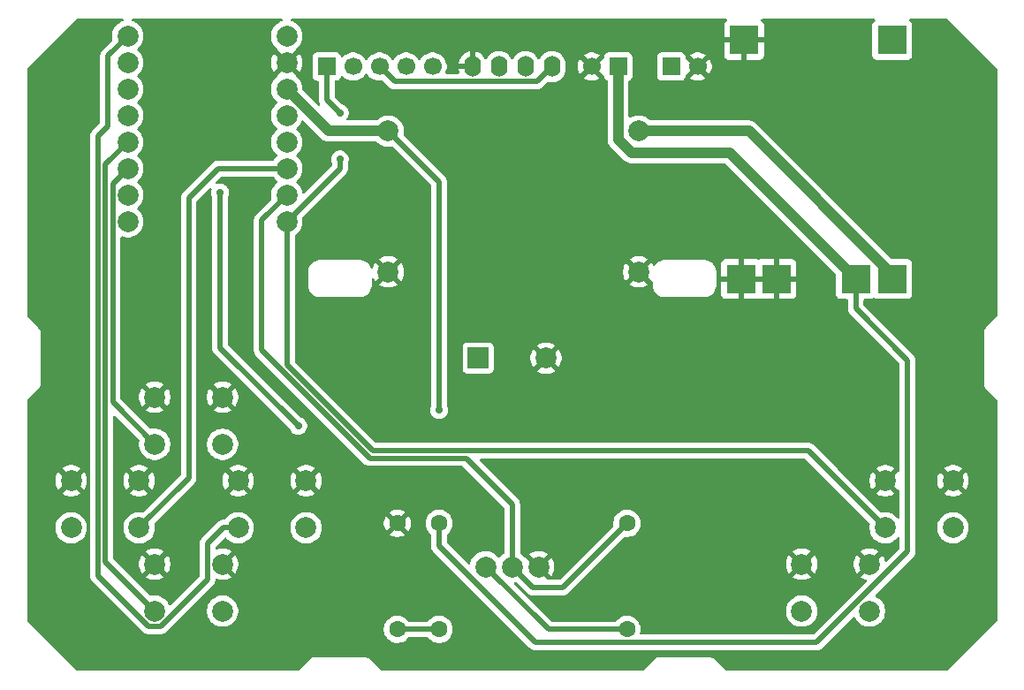
<source format=gbr>
%TF.GenerationSoftware,KiCad,Pcbnew,9.0.3+dfsg-1*%
%TF.CreationDate,2025-12-19T19:54:45+01:00*%
%TF.ProjectId,schematics,73636865-6d61-4746-9963-732e6b696361,rev?*%
%TF.SameCoordinates,Original*%
%TF.FileFunction,Copper,L1,Top*%
%TF.FilePolarity,Positive*%
%FSLAX46Y46*%
G04 Gerber Fmt 4.6, Leading zero omitted, Abs format (unit mm)*
G04 Created by KiCad (PCBNEW 9.0.3+dfsg-1) date 2025-12-19 19:54:45*
%MOMM*%
%LPD*%
G01*
G04 APERTURE LIST*
%TA.AperFunction,ComponentPad*%
%ADD10C,1.700000*%
%TD*%
%TA.AperFunction,ComponentPad*%
%ADD11R,1.700000X1.700000*%
%TD*%
%TA.AperFunction,ComponentPad*%
%ADD12R,2.800000X2.800000*%
%TD*%
%TA.AperFunction,ComponentPad*%
%ADD13C,2.600000*%
%TD*%
%TA.AperFunction,ConnectorPad*%
%ADD14C,3.800000*%
%TD*%
%TA.AperFunction,ComponentPad*%
%ADD15C,2.000000*%
%TD*%
%TA.AperFunction,ComponentPad*%
%ADD16C,1.600000*%
%TD*%
%TA.AperFunction,ComponentPad*%
%ADD17R,2.000000X2.000000*%
%TD*%
%TA.AperFunction,ComponentPad*%
%ADD18O,1.600000X2.000000*%
%TD*%
%TA.AperFunction,ViaPad*%
%ADD19C,0.700000*%
%TD*%
%TA.AperFunction,Conductor*%
%ADD20C,0.500000*%
%TD*%
%TA.AperFunction,Conductor*%
%ADD21C,1.000000*%
%TD*%
G04 APERTURE END LIST*
D10*
%TO.P,POW1,1,-*%
%TO.N,GND*%
X117780000Y-72060000D03*
D11*
%TO.P,POW1,2,+*%
%TO.N,3.3V*%
X115240000Y-72060000D03*
%TD*%
D12*
%TO.P,BatteryCharger1,1,GND*%
%TO.N,GND*%
X122225000Y-69520000D03*
X125325000Y-92420000D03*
X121925000Y-92420000D03*
%TO.P,BatteryCharger1,2,5V*%
%TO.N,unconnected-(BatteryCharger1-5V-Pad2)*%
X136425000Y-69520000D03*
%TO.P,BatteryCharger1,3,BAT+*%
%TO.N,Net-(BAT1-+)*%
X132925000Y-92420000D03*
%TO.P,BatteryCharger1,4,OUT+*%
%TO.N,Net-(BatteryCharger1-OUT+)*%
X136425000Y-92420000D03*
%TD*%
D13*
%TO.P,H2,1,1*%
%TO.N,GND*%
X141910000Y-125400000D03*
D14*
X141910000Y-125400000D03*
%TD*%
D15*
%TO.P,RIGHT1,1,A*%
%TO.N,GND*%
X73750000Y-111750000D03*
X80250000Y-111750000D03*
%TO.P,RIGHT1,2,B*%
%TO.N,RIGHT*%
X73750000Y-116250000D03*
X80250000Y-116250000D03*
%TD*%
%TO.P,B1,1,A*%
%TO.N,GND*%
X127750000Y-119750000D03*
X134250000Y-119750000D03*
%TO.P,B1,2,B*%
%TO.N,B*%
X127750000Y-124250000D03*
X134250000Y-124250000D03*
%TD*%
%TO.P,DOWN1,1,A*%
%TO.N,GND*%
X65750000Y-119750000D03*
X72250000Y-119750000D03*
%TO.P,DOWN1,2,B*%
%TO.N,DOWN*%
X65750000Y-124250000D03*
X72250000Y-124250000D03*
%TD*%
D16*
%TO.P,R1,1*%
%TO.N,Net-(BAT1-+)*%
X93000000Y-115840000D03*
%TO.P,R1,2*%
%TO.N,BAT*%
X93000000Y-126000000D03*
%TD*%
D15*
%TO.P,UP1,1,A*%
%TO.N,GND*%
X65750000Y-103750000D03*
X72250000Y-103750000D03*
%TO.P,UP1,2,B*%
%TO.N,UP*%
X65750000Y-108250000D03*
X72250000Y-108250000D03*
%TD*%
D10*
%TO.P,BAT1,1,-*%
%TO.N,GND*%
X107620000Y-72060000D03*
D11*
%TO.P,BAT1,2,+*%
%TO.N,Net-(BAT1-+)*%
X110160000Y-72060000D03*
%TD*%
D15*
%TO.P,Regulator1,1,GND*%
%TO.N,GND*%
X88125000Y-91735000D03*
X112125000Y-91735000D03*
%TO.P,Regulator1,2,Vin+*%
%TO.N,Net-(BatteryCharger1-OUT+)*%
X112125000Y-78235000D03*
%TO.P,Regulator1,3,Vout+*%
%TO.N,3.3V*%
X88125000Y-78235000D03*
%TD*%
%TO.P,A1,1,A*%
%TO.N,GND*%
X135750000Y-111750000D03*
X142250000Y-111750000D03*
%TO.P,A1,2,B*%
%TO.N,A*%
X135750000Y-116250000D03*
X142250000Y-116250000D03*
%TD*%
%TO.P,LEFT1,1,A*%
%TO.N,GND*%
X57750000Y-111750000D03*
X64250000Y-111750000D03*
%TO.P,LEFT1,2,B*%
%TO.N,LEFT*%
X57750000Y-116250000D03*
X64250000Y-116250000D03*
%TD*%
%TO.P,TMP1,1,GND*%
%TO.N,GND*%
X102540000Y-120000000D03*
%TO.P,TMP1,2,DQ*%
%TO.N,TMP*%
X100000000Y-120000000D03*
%TO.P,TMP1,3,Vdd*%
%TO.N,3.3V*%
X97460000Y-120000000D03*
%TD*%
D13*
%TO.P,H4,1,1*%
%TO.N,GND*%
X58090000Y-72060000D03*
D14*
X58090000Y-72060000D03*
%TD*%
D17*
%TO.P,BZ1,1,+*%
%TO.N,BUZZER*%
X96750000Y-100000000D03*
D15*
%TO.P,BZ1,2,-*%
%TO.N,GND*%
X103250000Y-100000000D03*
%TD*%
D11*
%TO.P,IO1,1,WAKE*%
%TO.N,A*%
X82220000Y-72060000D03*
D10*
%TO.P,IO1,2,SCL*%
%TO.N,SCL*%
X84760000Y-72060000D03*
%TO.P,IO1,3,SDA*%
%TO.N,SDA*%
X87300000Y-72060000D03*
%TO.P,IO1,4,RXD*%
%TO.N,RXD*%
X89840000Y-72060000D03*
%TO.P,IO1,5,TXD*%
%TO.N,TXD*%
X92380000Y-72060000D03*
%TD*%
D16*
%TO.P,R3,1*%
%TO.N,TMP*%
X111000000Y-115840000D03*
%TO.P,R3,2*%
%TO.N,3.3V*%
X111000000Y-126000000D03*
%TD*%
D18*
%TO.P,128x64OLED1,1,GND*%
%TO.N,GND*%
X96190000Y-72060000D03*
%TO.P,128x64OLED1,2,Vcc*%
%TO.N,3.3V*%
X98730000Y-72060000D03*
%TO.P,128x64OLED1,3,SCL*%
%TO.N,SCL*%
X101270000Y-72060000D03*
%TO.P,128x64OLED1,4,SDA*%
%TO.N,SDA*%
X103810000Y-72060000D03*
%TD*%
D16*
%TO.P,R2,1*%
%TO.N,BAT*%
X89000000Y-126000000D03*
%TO.P,R2,2*%
%TO.N,GND*%
X89000000Y-115840000D03*
%TD*%
D13*
%TO.P,H3,1,1*%
%TO.N,GND*%
X58090000Y-125400000D03*
D14*
X58090000Y-125400000D03*
%TD*%
D15*
%TO.P,ESP32,0,GPIO0*%
%TO.N,A*%
X78410000Y-86925000D03*
%TO.P,ESP32,1,GPIO1*%
%TO.N,TMP*%
X78410000Y-84385000D03*
%TO.P,ESP32,2,GPIO2*%
%TO.N,LEFT*%
X78410000Y-81845000D03*
%TO.P,ESP32,3,GPIO3*%
%TO.N,BAT*%
X78410000Y-79305000D03*
%TO.P,ESP32,3.3,3V3*%
%TO.N,3.3V*%
X78410000Y-74225000D03*
%TO.P,ESP32,4,GPIO4*%
%TO.N,SCL*%
X78410000Y-76765000D03*
%TO.P,ESP32,5,GPIO5*%
%TO.N,RIGHT*%
X63170000Y-69145000D03*
%TO.P,ESP32,5V,5V*%
%TO.N,unconnected-(ESP32-Pad5V)*%
X78410000Y-69145000D03*
%TO.P,ESP32,6,GPIO6*%
%TO.N,B*%
X63170000Y-71685000D03*
%TO.P,ESP32,7,GPIO7*%
%TO.N,BUZZER*%
X63170000Y-74225000D03*
%TO.P,ESP32,8,GPIO8*%
%TO.N,SDA*%
X63170000Y-76765000D03*
%TO.P,ESP32,9,GPIO9*%
%TO.N,DOWN*%
X63170000Y-79305000D03*
%TO.P,ESP32,10,GPIO10*%
%TO.N,UP*%
X63170000Y-81845000D03*
%TO.P,ESP32,20,GPIO20*%
%TO.N,TXD*%
X63170000Y-84385000D03*
%TO.P,ESP32,21,GPIO21*%
%TO.N,RXD*%
X63170000Y-86925000D03*
%TO.P,ESP32,G,GND*%
%TO.N,GND*%
X78410000Y-71685000D03*
%TD*%
D13*
%TO.P,H1,1,1*%
%TO.N,GND*%
X141910000Y-72060000D03*
D14*
X141910000Y-72060000D03*
%TD*%
D19*
%TO.N,3.3V*%
X93000000Y-105000000D03*
%TO.N,BAT*%
X72000000Y-84125000D03*
X79500000Y-106500000D03*
%TO.N,A*%
X83490000Y-76505000D03*
X83490000Y-80950000D03*
%TD*%
D20*
%TO.N,3.3V*%
X93000000Y-83110000D02*
X88125000Y-78235000D01*
X111000000Y-126000000D02*
X103460000Y-126000000D01*
D21*
X78410000Y-74225000D02*
X82420000Y-78235000D01*
D20*
X103460000Y-126000000D02*
X97460000Y-120000000D01*
D21*
X82420000Y-78235000D02*
X88125000Y-78235000D01*
D20*
X93000000Y-105000000D02*
X93000000Y-83110000D01*
D21*
%TO.N,Net-(BatteryCharger1-OUT+)*%
X122685000Y-78235000D02*
X112125000Y-78235000D01*
X136425000Y-91975000D02*
X136425000Y-92420000D01*
X122685000Y-78235000D02*
X136425000Y-91975000D01*
D20*
%TO.N,BAT*%
X72000000Y-84125000D02*
X72000000Y-99000000D01*
X72000000Y-99000000D02*
X79500000Y-106500000D01*
X93000000Y-126000000D02*
X89000000Y-126000000D01*
%TO.N,Net-(BAT1-+)*%
X93000000Y-118000000D02*
X102251000Y-127251000D01*
D21*
X110160000Y-79045000D02*
X110160000Y-72060000D01*
D20*
X137902000Y-100232000D02*
X132925000Y-95255000D01*
X102251000Y-127251000D02*
X129196976Y-127251000D01*
D21*
X120832500Y-80315000D02*
X120832500Y-80327500D01*
D20*
X137902000Y-118545976D02*
X137902000Y-100232000D01*
X129196976Y-127251000D02*
X137902000Y-118545976D01*
D21*
X120832500Y-80327500D02*
X132925000Y-92420000D01*
X120832500Y-80315000D02*
X111430000Y-80315000D01*
X111430000Y-80315000D02*
X110160000Y-79045000D01*
D20*
X93000000Y-115840000D02*
X93000000Y-118000000D01*
X132925000Y-95255000D02*
X132925000Y-92420000D01*
%TO.N,A*%
X82220000Y-75235000D02*
X82220000Y-72060000D01*
X86665000Y-108890000D02*
X78410000Y-100635000D01*
X83490000Y-80950000D02*
X83490000Y-81845000D01*
X83490000Y-81845000D02*
X78410000Y-86925000D01*
X83490000Y-76505000D02*
X82220000Y-75235000D01*
X135750000Y-116250000D02*
X128390000Y-108890000D01*
X78410000Y-100635000D02*
X78410000Y-86925000D01*
X128390000Y-108890000D02*
X86665000Y-108890000D01*
%TO.N,DOWN*%
X61018000Y-81457000D02*
X63170000Y-79305000D01*
X61018000Y-119518000D02*
X61018000Y-81457000D01*
X65750000Y-124250000D02*
X61018000Y-119518000D01*
%TO.N,TMP*%
X95591000Y-109591000D02*
X86374636Y-109591000D01*
X76000000Y-86795000D02*
X78410000Y-84385000D01*
X76000000Y-99216364D02*
X76000000Y-86795000D01*
X102000000Y-122000000D02*
X100000000Y-120000000D01*
X100000000Y-114000000D02*
X95591000Y-109591000D01*
X104840000Y-122000000D02*
X102000000Y-122000000D01*
X86374636Y-109591000D02*
X76000000Y-99216364D01*
X100000000Y-120000000D02*
X100000000Y-114000000D01*
X111000000Y-115840000D02*
X104840000Y-122000000D01*
%TO.N,RIGHT*%
X61265000Y-71050000D02*
X63170000Y-69145000D01*
X73750000Y-116250000D02*
X72335787Y-116250000D01*
X60317000Y-78723000D02*
X61265000Y-77775000D01*
X61265000Y-77775000D02*
X61265000Y-71050000D01*
X65148976Y-125701000D02*
X60317000Y-120869024D01*
X66351024Y-125701000D02*
X65148976Y-125701000D01*
X60317000Y-120869024D02*
X60317000Y-78723000D01*
X72335787Y-116250000D02*
X70799000Y-117786787D01*
X70799000Y-121253024D02*
X66351024Y-125701000D01*
X70799000Y-117786787D02*
X70799000Y-121253024D01*
%TO.N,UP*%
X61719000Y-83296000D02*
X63170000Y-81845000D01*
X65750000Y-108250000D02*
X61719000Y-104219000D01*
X61719000Y-104219000D02*
X61719000Y-83296000D01*
%TO.N,LEFT*%
X64250000Y-116250000D02*
X69000000Y-111500000D01*
X69000000Y-111500000D02*
X69000000Y-84645000D01*
X71800000Y-81845000D02*
X78410000Y-81845000D01*
X69000000Y-84645000D02*
X71800000Y-81845000D01*
%TO.N,SDA*%
X102359000Y-73511000D02*
X103810000Y-72060000D01*
X88751000Y-73511000D02*
X102359000Y-73511000D01*
X87300000Y-72060000D02*
X88751000Y-73511000D01*
%TD*%
%TA.AperFunction,Conductor*%
%TO.N,GND*%
G36*
X124584590Y-92195399D02*
G01*
X124555000Y-92344162D01*
X124555000Y-92495838D01*
X124584590Y-92644601D01*
X124595111Y-92670000D01*
X122654889Y-92670000D01*
X122665410Y-92644601D01*
X122695000Y-92495838D01*
X122695000Y-92344162D01*
X122665410Y-92195399D01*
X122654889Y-92170000D01*
X124595111Y-92170000D01*
X124584590Y-92195399D01*
G37*
%TD.AperFunction*%
%TA.AperFunction,Conductor*%
G36*
X62721217Y-67500185D02*
G01*
X62766972Y-67552989D01*
X62776916Y-67622147D01*
X62747891Y-67685703D01*
X62692497Y-67722431D01*
X62594003Y-67754433D01*
X62383566Y-67861657D01*
X62274550Y-67940862D01*
X62192490Y-68000483D01*
X62192488Y-68000485D01*
X62192487Y-68000485D01*
X62025485Y-68167487D01*
X62025485Y-68167488D01*
X62025483Y-68167490D01*
X61965862Y-68249550D01*
X61886657Y-68358566D01*
X61779433Y-68569003D01*
X61706446Y-68793631D01*
X61669500Y-69026902D01*
X61669500Y-69263097D01*
X61703511Y-69477832D01*
X61694557Y-69547125D01*
X61668719Y-69584911D01*
X60682047Y-70571584D01*
X60669670Y-70590108D01*
X60657347Y-70608553D01*
X60632660Y-70645500D01*
X60599914Y-70694507D01*
X60543343Y-70831082D01*
X60543340Y-70831092D01*
X60514500Y-70976079D01*
X60514500Y-77412769D01*
X60494815Y-77479808D01*
X60478181Y-77500450D01*
X59734052Y-78244578D01*
X59734049Y-78244581D01*
X59694013Y-78304499D01*
X59694014Y-78304500D01*
X59651914Y-78367508D01*
X59595343Y-78504082D01*
X59595340Y-78504092D01*
X59566500Y-78649079D01*
X59566500Y-78649082D01*
X59566500Y-120942942D01*
X59566500Y-120942944D01*
X59566499Y-120942944D01*
X59595340Y-121087931D01*
X59595343Y-121087941D01*
X59651913Y-121224514D01*
X59651914Y-121224515D01*
X59651916Y-121224519D01*
X59668608Y-121249500D01*
X59720353Y-121326944D01*
X59734051Y-121347444D01*
X59734052Y-121347445D01*
X64670560Y-126283952D01*
X64670562Y-126283954D01*
X64700034Y-126303645D01*
X64744246Y-126333186D01*
X64793481Y-126366084D01*
X64793482Y-126366084D01*
X64793483Y-126366085D01*
X64793485Y-126366086D01*
X64930058Y-126422656D01*
X64930063Y-126422658D01*
X64930067Y-126422658D01*
X64930068Y-126422659D01*
X65075055Y-126451500D01*
X65075058Y-126451500D01*
X66424944Y-126451500D01*
X66543026Y-126428011D01*
X66569937Y-126422658D01*
X66706519Y-126366084D01*
X66755753Y-126333186D01*
X66755758Y-126333183D01*
X66780095Y-126316921D01*
X66829440Y-126283952D01*
X67215744Y-125897648D01*
X87699500Y-125897648D01*
X87699500Y-126102351D01*
X87731522Y-126304534D01*
X87794781Y-126499223D01*
X87887715Y-126681613D01*
X88008028Y-126847213D01*
X88152786Y-126991971D01*
X88307749Y-127104556D01*
X88318390Y-127112287D01*
X88434607Y-127171503D01*
X88500776Y-127205218D01*
X88500778Y-127205218D01*
X88500781Y-127205220D01*
X88605137Y-127239127D01*
X88695465Y-127268477D01*
X88796557Y-127284488D01*
X88897648Y-127300500D01*
X88897649Y-127300500D01*
X89102351Y-127300500D01*
X89102352Y-127300500D01*
X89304534Y-127268477D01*
X89499219Y-127205220D01*
X89681610Y-127112287D01*
X89774590Y-127044732D01*
X89847213Y-126991971D01*
X89847215Y-126991968D01*
X89847219Y-126991966D01*
X89991966Y-126847219D01*
X89994650Y-126843524D01*
X90025100Y-126801615D01*
X90080429Y-126758949D01*
X90125418Y-126750500D01*
X91874582Y-126750500D01*
X91941621Y-126770185D01*
X91974900Y-126801615D01*
X92008028Y-126847212D01*
X92008032Y-126847217D01*
X92152786Y-126991971D01*
X92307749Y-127104556D01*
X92318390Y-127112287D01*
X92434607Y-127171503D01*
X92500776Y-127205218D01*
X92500778Y-127205218D01*
X92500781Y-127205220D01*
X92605137Y-127239127D01*
X92695465Y-127268477D01*
X92796557Y-127284488D01*
X92897648Y-127300500D01*
X92897649Y-127300500D01*
X93102351Y-127300500D01*
X93102352Y-127300500D01*
X93304534Y-127268477D01*
X93499219Y-127205220D01*
X93681610Y-127112287D01*
X93774590Y-127044732D01*
X93847213Y-126991971D01*
X93847215Y-126991968D01*
X93847219Y-126991966D01*
X93991966Y-126847219D01*
X93991968Y-126847215D01*
X93991971Y-126847213D01*
X94062236Y-126750500D01*
X94112287Y-126681610D01*
X94205220Y-126499219D01*
X94268477Y-126304534D01*
X94300500Y-126102352D01*
X94300500Y-125897648D01*
X94268477Y-125695466D01*
X94205220Y-125500781D01*
X94205218Y-125500778D01*
X94205218Y-125500776D01*
X94171503Y-125434607D01*
X94112287Y-125318390D01*
X94062236Y-125249500D01*
X93991971Y-125152786D01*
X93847213Y-125008028D01*
X93681613Y-124887715D01*
X93681612Y-124887714D01*
X93681610Y-124887713D01*
X93624653Y-124858691D01*
X93499223Y-124794781D01*
X93304534Y-124731522D01*
X93129995Y-124703878D01*
X93102352Y-124699500D01*
X92897648Y-124699500D01*
X92873329Y-124703351D01*
X92695465Y-124731522D01*
X92500776Y-124794781D01*
X92318386Y-124887715D01*
X92152786Y-125008028D01*
X92008032Y-125152782D01*
X92008028Y-125152787D01*
X91974900Y-125198385D01*
X91919571Y-125241051D01*
X91874582Y-125249500D01*
X90125418Y-125249500D01*
X90058379Y-125229815D01*
X90025100Y-125198385D01*
X89991971Y-125152787D01*
X89991967Y-125152782D01*
X89847213Y-125008028D01*
X89681613Y-124887715D01*
X89681612Y-124887714D01*
X89681610Y-124887713D01*
X89624653Y-124858691D01*
X89499223Y-124794781D01*
X89304534Y-124731522D01*
X89129995Y-124703878D01*
X89102352Y-124699500D01*
X88897648Y-124699500D01*
X88873329Y-124703351D01*
X88695465Y-124731522D01*
X88500776Y-124794781D01*
X88318386Y-124887715D01*
X88152786Y-125008028D01*
X88008028Y-125152786D01*
X87887715Y-125318386D01*
X87794781Y-125500776D01*
X87731522Y-125695465D01*
X87699500Y-125897648D01*
X67215744Y-125897648D01*
X68981490Y-124131902D01*
X70749500Y-124131902D01*
X70749500Y-124368097D01*
X70786446Y-124601368D01*
X70859433Y-124825996D01*
X70877480Y-124861414D01*
X70966657Y-125036433D01*
X71105483Y-125227510D01*
X71272490Y-125394517D01*
X71463567Y-125533343D01*
X71562991Y-125584002D01*
X71674003Y-125640566D01*
X71674005Y-125640566D01*
X71674008Y-125640568D01*
X71794412Y-125679689D01*
X71898631Y-125713553D01*
X72131903Y-125750500D01*
X72131908Y-125750500D01*
X72368097Y-125750500D01*
X72601368Y-125713553D01*
X72825992Y-125640568D01*
X73036433Y-125533343D01*
X73227510Y-125394517D01*
X73394517Y-125227510D01*
X73533343Y-125036433D01*
X73640568Y-124825992D01*
X73713553Y-124601368D01*
X73750500Y-124368097D01*
X73750500Y-124131902D01*
X73713553Y-123898631D01*
X73650136Y-123703455D01*
X73640568Y-123674008D01*
X73640566Y-123674005D01*
X73640566Y-123674003D01*
X73533342Y-123463566D01*
X73394517Y-123272490D01*
X73227510Y-123105483D01*
X73036433Y-122966657D01*
X72825996Y-122859433D01*
X72601368Y-122786446D01*
X72368097Y-122749500D01*
X72368092Y-122749500D01*
X72131908Y-122749500D01*
X72131903Y-122749500D01*
X71898631Y-122786446D01*
X71674003Y-122859433D01*
X71463566Y-122966657D01*
X71354550Y-123045862D01*
X71272490Y-123105483D01*
X71272488Y-123105485D01*
X71272487Y-123105485D01*
X71105485Y-123272487D01*
X71105485Y-123272488D01*
X71105483Y-123272490D01*
X71045862Y-123354550D01*
X70966657Y-123463566D01*
X70859433Y-123674003D01*
X70786446Y-123898631D01*
X70749500Y-124131902D01*
X68981490Y-124131902D01*
X71381952Y-121731440D01*
X71412487Y-121685740D01*
X71440031Y-121644518D01*
X71440033Y-121644513D01*
X71440039Y-121644505D01*
X71464084Y-121608519D01*
X71520658Y-121471937D01*
X71549500Y-121326942D01*
X71549500Y-121270257D01*
X71569185Y-121203218D01*
X71621989Y-121157463D01*
X71691147Y-121147519D01*
X71711819Y-121152326D01*
X71898754Y-121213065D01*
X72131948Y-121250000D01*
X72368052Y-121250000D01*
X72601247Y-121213065D01*
X72825802Y-121140102D01*
X73036163Y-121032918D01*
X73036169Y-121032914D01*
X73119104Y-120972658D01*
X73119105Y-120972658D01*
X72420234Y-120273787D01*
X72462292Y-120262518D01*
X72587708Y-120190110D01*
X72690110Y-120087708D01*
X72762518Y-119962292D01*
X72773787Y-119920234D01*
X73472658Y-120619105D01*
X73472658Y-120619104D01*
X73532914Y-120536169D01*
X73532918Y-120536163D01*
X73640102Y-120325802D01*
X73713065Y-120101247D01*
X73750000Y-119868052D01*
X73750000Y-119631947D01*
X73713065Y-119398752D01*
X73640102Y-119174197D01*
X73532914Y-118963828D01*
X73472658Y-118880894D01*
X73472658Y-118880893D01*
X72773787Y-119579765D01*
X72762518Y-119537708D01*
X72690110Y-119412292D01*
X72587708Y-119309890D01*
X72462292Y-119237482D01*
X72420233Y-119226212D01*
X73119105Y-118527340D01*
X73119104Y-118527338D01*
X73036174Y-118467087D01*
X72825802Y-118359897D01*
X72601247Y-118286934D01*
X72601248Y-118286934D01*
X72368052Y-118250000D01*
X72131948Y-118250000D01*
X71898751Y-118286934D01*
X71711818Y-118347673D01*
X71683698Y-118348476D01*
X71655853Y-118352480D01*
X71649241Y-118349460D01*
X71641977Y-118349668D01*
X71617887Y-118335141D01*
X71592297Y-118323455D01*
X71588367Y-118317341D01*
X71582144Y-118313588D01*
X71569731Y-118288341D01*
X71554523Y-118264677D01*
X71553046Y-118254406D01*
X71551316Y-118250887D01*
X71549500Y-118229742D01*
X71549500Y-118149016D01*
X71569185Y-118081977D01*
X71585815Y-118061339D01*
X72425025Y-117222128D01*
X72486346Y-117188645D01*
X72556037Y-117193629D01*
X72601012Y-117225090D01*
X72602038Y-117224065D01*
X72605483Y-117227510D01*
X72772490Y-117394517D01*
X72963567Y-117533343D01*
X73031328Y-117567869D01*
X73174003Y-117640566D01*
X73174005Y-117640566D01*
X73174008Y-117640568D01*
X73246518Y-117664128D01*
X73398631Y-117713553D01*
X73631903Y-117750500D01*
X73631908Y-117750500D01*
X73868097Y-117750500D01*
X74101368Y-117713553D01*
X74103482Y-117712866D01*
X74325992Y-117640568D01*
X74536433Y-117533343D01*
X74727510Y-117394517D01*
X74894517Y-117227510D01*
X75033343Y-117036433D01*
X75140568Y-116825992D01*
X75213553Y-116601368D01*
X75226185Y-116521613D01*
X75250500Y-116368097D01*
X75250500Y-116131902D01*
X78749500Y-116131902D01*
X78749500Y-116368097D01*
X78786446Y-116601368D01*
X78859433Y-116825996D01*
X78923564Y-116951859D01*
X78966657Y-117036433D01*
X79105483Y-117227510D01*
X79272490Y-117394517D01*
X79463567Y-117533343D01*
X79531328Y-117567869D01*
X79674003Y-117640566D01*
X79674005Y-117640566D01*
X79674008Y-117640568D01*
X79746518Y-117664128D01*
X79898631Y-117713553D01*
X80131903Y-117750500D01*
X80131908Y-117750500D01*
X80368097Y-117750500D01*
X80601368Y-117713553D01*
X80603482Y-117712866D01*
X80825992Y-117640568D01*
X81036433Y-117533343D01*
X81227510Y-117394517D01*
X81394517Y-117227510D01*
X81533343Y-117036433D01*
X81640568Y-116825992D01*
X81713553Y-116601368D01*
X81726185Y-116521613D01*
X81750500Y-116368097D01*
X81750500Y-116131902D01*
X81713553Y-115898631D01*
X81684783Y-115810087D01*
X81661257Y-115737682D01*
X87700000Y-115737682D01*
X87700000Y-115942317D01*
X87732009Y-116144417D01*
X87795244Y-116339031D01*
X87888141Y-116521350D01*
X87888147Y-116521359D01*
X87920523Y-116565921D01*
X87920524Y-116565922D01*
X88600000Y-115886446D01*
X88600000Y-115892661D01*
X88627259Y-115994394D01*
X88679920Y-116085606D01*
X88754394Y-116160080D01*
X88845606Y-116212741D01*
X88947339Y-116240000D01*
X88953553Y-116240000D01*
X88274076Y-116919474D01*
X88318650Y-116951859D01*
X88500968Y-117044755D01*
X88695582Y-117107990D01*
X88897683Y-117140000D01*
X89102317Y-117140000D01*
X89304417Y-117107990D01*
X89499031Y-117044755D01*
X89681349Y-116951859D01*
X89725921Y-116919474D01*
X89046447Y-116240000D01*
X89052661Y-116240000D01*
X89154394Y-116212741D01*
X89245606Y-116160080D01*
X89320080Y-116085606D01*
X89372741Y-115994394D01*
X89400000Y-115892661D01*
X89400000Y-115886447D01*
X90079474Y-116565921D01*
X90111859Y-116521349D01*
X90204755Y-116339031D01*
X90267990Y-116144417D01*
X90300000Y-115942317D01*
X90300000Y-115737682D01*
X90267990Y-115535582D01*
X90204755Y-115340968D01*
X90111859Y-115158650D01*
X90079474Y-115114077D01*
X90079474Y-115114076D01*
X89400000Y-115793551D01*
X89400000Y-115787339D01*
X89372741Y-115685606D01*
X89320080Y-115594394D01*
X89245606Y-115519920D01*
X89154394Y-115467259D01*
X89052661Y-115440000D01*
X89046446Y-115440000D01*
X89725922Y-114760524D01*
X89725921Y-114760523D01*
X89681359Y-114728147D01*
X89681350Y-114728141D01*
X89499031Y-114635244D01*
X89304417Y-114572009D01*
X89102317Y-114540000D01*
X88897683Y-114540000D01*
X88695582Y-114572009D01*
X88500968Y-114635244D01*
X88318644Y-114728143D01*
X88274077Y-114760523D01*
X88274077Y-114760524D01*
X88953554Y-115440000D01*
X88947339Y-115440000D01*
X88845606Y-115467259D01*
X88754394Y-115519920D01*
X88679920Y-115594394D01*
X88627259Y-115685606D01*
X88600000Y-115787339D01*
X88600000Y-115793553D01*
X87920524Y-115114077D01*
X87920523Y-115114077D01*
X87888143Y-115158644D01*
X87795244Y-115340968D01*
X87732009Y-115535582D01*
X87700000Y-115737682D01*
X81661257Y-115737682D01*
X81640568Y-115674008D01*
X81533343Y-115463567D01*
X81394517Y-115272490D01*
X81227510Y-115105483D01*
X81036433Y-114966657D01*
X80931128Y-114913001D01*
X80825996Y-114859433D01*
X80601368Y-114786446D01*
X80368097Y-114749500D01*
X80368092Y-114749500D01*
X80131908Y-114749500D01*
X80131903Y-114749500D01*
X79898631Y-114786446D01*
X79674003Y-114859433D01*
X79463566Y-114966657D01*
X79354550Y-115045862D01*
X79272490Y-115105483D01*
X79272488Y-115105485D01*
X79272487Y-115105485D01*
X79105485Y-115272487D01*
X79105485Y-115272488D01*
X79105483Y-115272490D01*
X79077066Y-115311603D01*
X78966657Y-115463566D01*
X78859433Y-115674003D01*
X78786446Y-115898631D01*
X78749500Y-116131902D01*
X75250500Y-116131902D01*
X75213553Y-115898631D01*
X75140566Y-115674003D01*
X75062056Y-115519920D01*
X75033343Y-115463567D01*
X74894517Y-115272490D01*
X74727510Y-115105483D01*
X74536433Y-114966657D01*
X74325996Y-114859433D01*
X74101368Y-114786446D01*
X73868097Y-114749500D01*
X73868092Y-114749500D01*
X73631908Y-114749500D01*
X73631903Y-114749500D01*
X73398631Y-114786446D01*
X73174003Y-114859433D01*
X72963566Y-114966657D01*
X72854550Y-115045862D01*
X72772490Y-115105483D01*
X72772488Y-115105485D01*
X72772487Y-115105485D01*
X72605485Y-115272487D01*
X72605485Y-115272488D01*
X72605483Y-115272490D01*
X72477687Y-115448386D01*
X72422357Y-115491051D01*
X72377369Y-115499500D01*
X72261867Y-115499500D01*
X72116879Y-115528340D01*
X72116873Y-115528342D01*
X71980295Y-115584914D01*
X71980283Y-115584921D01*
X71931056Y-115617813D01*
X71857375Y-115667044D01*
X71857367Y-115667050D01*
X70216049Y-117308369D01*
X70216043Y-117308376D01*
X70198310Y-117334916D01*
X70198311Y-117334917D01*
X70133914Y-117431295D01*
X70077343Y-117567869D01*
X70077340Y-117567879D01*
X70048500Y-117712866D01*
X70048500Y-120890793D01*
X70028815Y-120957832D01*
X70012181Y-120978474D01*
X67320684Y-123669970D01*
X67259361Y-123703455D01*
X67189669Y-123698471D01*
X67133736Y-123656599D01*
X67122521Y-123638589D01*
X67033343Y-123463567D01*
X66894517Y-123272490D01*
X66727510Y-123105483D01*
X66536433Y-122966657D01*
X66325996Y-122859433D01*
X66101368Y-122786446D01*
X65868097Y-122749500D01*
X65868092Y-122749500D01*
X65631908Y-122749500D01*
X65631903Y-122749500D01*
X65417165Y-122783511D01*
X65347871Y-122774556D01*
X65310086Y-122748719D01*
X63574448Y-121013080D01*
X62193315Y-119631947D01*
X64250000Y-119631947D01*
X64250000Y-119868052D01*
X64286934Y-120101247D01*
X64359897Y-120325802D01*
X64467087Y-120536174D01*
X64527338Y-120619104D01*
X64527340Y-120619105D01*
X65226212Y-119920233D01*
X65237482Y-119962292D01*
X65309890Y-120087708D01*
X65412292Y-120190110D01*
X65537708Y-120262518D01*
X65579765Y-120273787D01*
X64880893Y-120972658D01*
X64963828Y-121032914D01*
X65174197Y-121140102D01*
X65398752Y-121213065D01*
X65398751Y-121213065D01*
X65631948Y-121250000D01*
X65868052Y-121250000D01*
X66101247Y-121213065D01*
X66325802Y-121140102D01*
X66536163Y-121032918D01*
X66536169Y-121032914D01*
X66619104Y-120972658D01*
X66619105Y-120972658D01*
X65920233Y-120273787D01*
X65962292Y-120262518D01*
X66087708Y-120190110D01*
X66190110Y-120087708D01*
X66262518Y-119962292D01*
X66273787Y-119920234D01*
X66972658Y-120619105D01*
X66972658Y-120619104D01*
X67032914Y-120536169D01*
X67032918Y-120536163D01*
X67140102Y-120325802D01*
X67213065Y-120101247D01*
X67250000Y-119868052D01*
X67250000Y-119631947D01*
X67213065Y-119398752D01*
X67140102Y-119174197D01*
X67032914Y-118963828D01*
X66972658Y-118880894D01*
X66972658Y-118880893D01*
X66273787Y-119579765D01*
X66262518Y-119537708D01*
X66190110Y-119412292D01*
X66087708Y-119309890D01*
X65962292Y-119237482D01*
X65920234Y-119226212D01*
X66619105Y-118527340D01*
X66619104Y-118527338D01*
X66536174Y-118467087D01*
X66325802Y-118359897D01*
X66101247Y-118286934D01*
X66101248Y-118286934D01*
X65868052Y-118250000D01*
X65631948Y-118250000D01*
X65398752Y-118286934D01*
X65174197Y-118359897D01*
X64963830Y-118467084D01*
X64880894Y-118527340D01*
X65579766Y-119226212D01*
X65537708Y-119237482D01*
X65412292Y-119309890D01*
X65309890Y-119412292D01*
X65237482Y-119537708D01*
X65226212Y-119579766D01*
X64527340Y-118880894D01*
X64467084Y-118963830D01*
X64359897Y-119174197D01*
X64286934Y-119398752D01*
X64250000Y-119631947D01*
X62193315Y-119631947D01*
X61804819Y-119243451D01*
X61771334Y-119182128D01*
X61768500Y-119155770D01*
X61768500Y-111631947D01*
X62750000Y-111631947D01*
X62750000Y-111868052D01*
X62786934Y-112101247D01*
X62859897Y-112325802D01*
X62967087Y-112536174D01*
X63027338Y-112619104D01*
X63027340Y-112619105D01*
X63726212Y-111920233D01*
X63737482Y-111962292D01*
X63809890Y-112087708D01*
X63912292Y-112190110D01*
X64037708Y-112262518D01*
X64079765Y-112273787D01*
X63380893Y-112972658D01*
X63463828Y-113032914D01*
X63674197Y-113140102D01*
X63898752Y-113213065D01*
X63898751Y-113213065D01*
X64131948Y-113250000D01*
X64368052Y-113250000D01*
X64601247Y-113213065D01*
X64825802Y-113140102D01*
X65036163Y-113032918D01*
X65036169Y-113032914D01*
X65119104Y-112972658D01*
X65119105Y-112972658D01*
X64420233Y-112273787D01*
X64462292Y-112262518D01*
X64587708Y-112190110D01*
X64690110Y-112087708D01*
X64762518Y-111962292D01*
X64773787Y-111920233D01*
X65472658Y-112619105D01*
X65472658Y-112619104D01*
X65532914Y-112536169D01*
X65532918Y-112536163D01*
X65640102Y-112325802D01*
X65713065Y-112101247D01*
X65750000Y-111868052D01*
X65750000Y-111631947D01*
X65713065Y-111398752D01*
X65640102Y-111174197D01*
X65532914Y-110963828D01*
X65472658Y-110880894D01*
X65472658Y-110880893D01*
X64773787Y-111579765D01*
X64762518Y-111537708D01*
X64690110Y-111412292D01*
X64587708Y-111309890D01*
X64462292Y-111237482D01*
X64420234Y-111226212D01*
X65119105Y-110527340D01*
X65119104Y-110527338D01*
X65036174Y-110467087D01*
X64825802Y-110359897D01*
X64601247Y-110286934D01*
X64601248Y-110286934D01*
X64368052Y-110250000D01*
X64131948Y-110250000D01*
X63898752Y-110286934D01*
X63674197Y-110359897D01*
X63463830Y-110467084D01*
X63380894Y-110527340D01*
X64079766Y-111226212D01*
X64037708Y-111237482D01*
X63912292Y-111309890D01*
X63809890Y-111412292D01*
X63737482Y-111537708D01*
X63726212Y-111579766D01*
X63027340Y-110880894D01*
X62967084Y-110963830D01*
X62859897Y-111174197D01*
X62786934Y-111398752D01*
X62750000Y-111631947D01*
X61768500Y-111631947D01*
X61768500Y-105629230D01*
X61788185Y-105562191D01*
X61840989Y-105516436D01*
X61910147Y-105506492D01*
X61973703Y-105535517D01*
X61980181Y-105541549D01*
X64248719Y-107810087D01*
X64282204Y-107871410D01*
X64283511Y-107917166D01*
X64249500Y-108131902D01*
X64249500Y-108368097D01*
X64286446Y-108601368D01*
X64359433Y-108825996D01*
X64466657Y-109036433D01*
X64605483Y-109227510D01*
X64772490Y-109394517D01*
X64963567Y-109533343D01*
X65062991Y-109584002D01*
X65174003Y-109640566D01*
X65174005Y-109640566D01*
X65174008Y-109640568D01*
X65234383Y-109660185D01*
X65398631Y-109713553D01*
X65631903Y-109750500D01*
X65631908Y-109750500D01*
X65868097Y-109750500D01*
X66101368Y-109713553D01*
X66325992Y-109640568D01*
X66326126Y-109640500D01*
X66333719Y-109636630D01*
X66536433Y-109533343D01*
X66727510Y-109394517D01*
X66894517Y-109227510D01*
X67033343Y-109036433D01*
X67140568Y-108825992D01*
X67213553Y-108601368D01*
X67250500Y-108368097D01*
X67250500Y-108131902D01*
X67213553Y-107898631D01*
X67140566Y-107674003D01*
X67033342Y-107463566D01*
X66894517Y-107272490D01*
X66727510Y-107105483D01*
X66536433Y-106966657D01*
X66325996Y-106859433D01*
X66101368Y-106786446D01*
X65868097Y-106749500D01*
X65868092Y-106749500D01*
X65631908Y-106749500D01*
X65631903Y-106749500D01*
X65417166Y-106783511D01*
X65347872Y-106774556D01*
X65310087Y-106748719D01*
X62505819Y-103944451D01*
X62491115Y-103917523D01*
X62474523Y-103891705D01*
X62473631Y-103885504D01*
X62472334Y-103883128D01*
X62469500Y-103856770D01*
X62469500Y-103631947D01*
X64250000Y-103631947D01*
X64250000Y-103868052D01*
X64286934Y-104101247D01*
X64359897Y-104325802D01*
X64467087Y-104536174D01*
X64527338Y-104619104D01*
X64527340Y-104619105D01*
X65226212Y-103920233D01*
X65237482Y-103962292D01*
X65309890Y-104087708D01*
X65412292Y-104190110D01*
X65537708Y-104262518D01*
X65579765Y-104273787D01*
X64880893Y-104972658D01*
X64963828Y-105032914D01*
X65174197Y-105140102D01*
X65398752Y-105213065D01*
X65398751Y-105213065D01*
X65631948Y-105250000D01*
X65868052Y-105250000D01*
X66101247Y-105213065D01*
X66325802Y-105140102D01*
X66536163Y-105032918D01*
X66536169Y-105032914D01*
X66619104Y-104972658D01*
X66619105Y-104972658D01*
X65920233Y-104273787D01*
X65962292Y-104262518D01*
X66087708Y-104190110D01*
X66190110Y-104087708D01*
X66262518Y-103962292D01*
X66273787Y-103920234D01*
X66972658Y-104619105D01*
X66972658Y-104619104D01*
X67032914Y-104536169D01*
X67032918Y-104536163D01*
X67140102Y-104325802D01*
X67213065Y-104101247D01*
X67250000Y-103868052D01*
X67250000Y-103631947D01*
X67213065Y-103398752D01*
X67140102Y-103174197D01*
X67032914Y-102963828D01*
X66972658Y-102880894D01*
X66972658Y-102880893D01*
X66273787Y-103579765D01*
X66262518Y-103537708D01*
X66190110Y-103412292D01*
X66087708Y-103309890D01*
X65962292Y-103237482D01*
X65920234Y-103226212D01*
X66619105Y-102527340D01*
X66619104Y-102527338D01*
X66536174Y-102467087D01*
X66325802Y-102359897D01*
X66101247Y-102286934D01*
X66101248Y-102286934D01*
X65868052Y-102250000D01*
X65631948Y-102250000D01*
X65398752Y-102286934D01*
X65174197Y-102359897D01*
X64963830Y-102467084D01*
X64880894Y-102527340D01*
X65579766Y-103226212D01*
X65537708Y-103237482D01*
X65412292Y-103309890D01*
X65309890Y-103412292D01*
X65237482Y-103537708D01*
X65226212Y-103579766D01*
X64527340Y-102880894D01*
X64467084Y-102963830D01*
X64359897Y-103174197D01*
X64286934Y-103398752D01*
X64250000Y-103631947D01*
X62469500Y-103631947D01*
X62469500Y-88445784D01*
X62489185Y-88378745D01*
X62541989Y-88332990D01*
X62611147Y-88323046D01*
X62631812Y-88327851D01*
X62751459Y-88366727D01*
X62818631Y-88388553D01*
X63051903Y-88425500D01*
X63051908Y-88425500D01*
X63288097Y-88425500D01*
X63521368Y-88388553D01*
X63551554Y-88378745D01*
X63745992Y-88315568D01*
X63956433Y-88208343D01*
X64147510Y-88069517D01*
X64314517Y-87902510D01*
X64453343Y-87711433D01*
X64560568Y-87500992D01*
X64633553Y-87276368D01*
X64670500Y-87043097D01*
X64670500Y-86806902D01*
X64633553Y-86573631D01*
X64573975Y-86390270D01*
X64560568Y-86349008D01*
X64560566Y-86349005D01*
X64560566Y-86349003D01*
X64453342Y-86138566D01*
X64314517Y-85947490D01*
X64147510Y-85780483D01*
X64112872Y-85755317D01*
X64070207Y-85699989D01*
X64064228Y-85630375D01*
X64096833Y-85568580D01*
X64112873Y-85554682D01*
X64147510Y-85529517D01*
X64314517Y-85362510D01*
X64453343Y-85171433D01*
X64560568Y-84960992D01*
X64633553Y-84736368D01*
X64659732Y-84571082D01*
X64670500Y-84503097D01*
X64670500Y-84266902D01*
X64633553Y-84033631D01*
X64599689Y-83929412D01*
X64560568Y-83809008D01*
X64560566Y-83809005D01*
X64560566Y-83809003D01*
X64453342Y-83598566D01*
X64441914Y-83582837D01*
X64314517Y-83407490D01*
X64147510Y-83240483D01*
X64112872Y-83215317D01*
X64070207Y-83159989D01*
X64064228Y-83090375D01*
X64096833Y-83028580D01*
X64112873Y-83014682D01*
X64147510Y-82989517D01*
X64314517Y-82822510D01*
X64453343Y-82631433D01*
X64560568Y-82420992D01*
X64633553Y-82196368D01*
X64654533Y-82063907D01*
X64670500Y-81963097D01*
X64670500Y-81726902D01*
X64633553Y-81493631D01*
X64598341Y-81385261D01*
X64560568Y-81269008D01*
X64560566Y-81269005D01*
X64560566Y-81269003D01*
X64486346Y-81123340D01*
X64453343Y-81058567D01*
X64314517Y-80867490D01*
X64147510Y-80700483D01*
X64112872Y-80675317D01*
X64070207Y-80619989D01*
X64064228Y-80550375D01*
X64096833Y-80488580D01*
X64112873Y-80474682D01*
X64147510Y-80449517D01*
X64314517Y-80282510D01*
X64453343Y-80091433D01*
X64560568Y-79880992D01*
X64633553Y-79656368D01*
X64638432Y-79625566D01*
X64670500Y-79423097D01*
X64670500Y-79186902D01*
X64633553Y-78953631D01*
X64560566Y-78729003D01*
X64501759Y-78613589D01*
X64453343Y-78518567D01*
X64314517Y-78327490D01*
X64147510Y-78160483D01*
X64112872Y-78135317D01*
X64070207Y-78079989D01*
X64064228Y-78010375D01*
X64096833Y-77948580D01*
X64112873Y-77934682D01*
X64147510Y-77909517D01*
X64314517Y-77742510D01*
X64453343Y-77551433D01*
X64560568Y-77340992D01*
X64633553Y-77116368D01*
X64637277Y-77092853D01*
X64670500Y-76883097D01*
X64670500Y-76646902D01*
X64633553Y-76413631D01*
X64599689Y-76309412D01*
X64560568Y-76189008D01*
X64560566Y-76189005D01*
X64560566Y-76189003D01*
X64453342Y-75978566D01*
X64441914Y-75962837D01*
X64314517Y-75787490D01*
X64147510Y-75620483D01*
X64112872Y-75595317D01*
X64070207Y-75539989D01*
X64064228Y-75470375D01*
X64096833Y-75408580D01*
X64112873Y-75394682D01*
X64147510Y-75369517D01*
X64314517Y-75202510D01*
X64453343Y-75011433D01*
X64560568Y-74800992D01*
X64633553Y-74576368D01*
X64670500Y-74343097D01*
X64670500Y-74106902D01*
X64633553Y-73873631D01*
X64560566Y-73649003D01*
X64471469Y-73474141D01*
X64453343Y-73438567D01*
X64314517Y-73247490D01*
X64147510Y-73080483D01*
X64112872Y-73055317D01*
X64070207Y-72999989D01*
X64064228Y-72930375D01*
X64096833Y-72868580D01*
X64112873Y-72854682D01*
X64147510Y-72829517D01*
X64314517Y-72662510D01*
X64453343Y-72471433D01*
X64560568Y-72260992D01*
X64633553Y-72036368D01*
X64658637Y-71877993D01*
X64670500Y-71803097D01*
X64670500Y-71566902D01*
X64633553Y-71333631D01*
X64583196Y-71178650D01*
X64560568Y-71109008D01*
X64560566Y-71109005D01*
X64560566Y-71109003D01*
X64488656Y-70967873D01*
X64453343Y-70898567D01*
X64314517Y-70707490D01*
X64147510Y-70540483D01*
X64112872Y-70515317D01*
X64070207Y-70459989D01*
X64064228Y-70390375D01*
X64096833Y-70328580D01*
X64112873Y-70314682D01*
X64147510Y-70289517D01*
X64314517Y-70122510D01*
X64453343Y-69931433D01*
X64560568Y-69720992D01*
X64633553Y-69496368D01*
X64641822Y-69444162D01*
X64670500Y-69263097D01*
X64670500Y-69026902D01*
X64633553Y-68793631D01*
X64560566Y-68569003D01*
X64453342Y-68358566D01*
X64314517Y-68167490D01*
X64147510Y-68000483D01*
X63956433Y-67861657D01*
X63745996Y-67754433D01*
X63647503Y-67722431D01*
X63589828Y-67682993D01*
X63562630Y-67618634D01*
X63574545Y-67549788D01*
X63621789Y-67498312D01*
X63685822Y-67480500D01*
X77894178Y-67480500D01*
X77961217Y-67500185D01*
X78006972Y-67552989D01*
X78016916Y-67622147D01*
X77987891Y-67685703D01*
X77932497Y-67722431D01*
X77834003Y-67754433D01*
X77623566Y-67861657D01*
X77514550Y-67940862D01*
X77432490Y-68000483D01*
X77432488Y-68000485D01*
X77432487Y-68000485D01*
X77265485Y-68167487D01*
X77265485Y-68167488D01*
X77265483Y-68167490D01*
X77205862Y-68249550D01*
X77126657Y-68358566D01*
X77019433Y-68569003D01*
X76946446Y-68793631D01*
X76909500Y-69026902D01*
X76909500Y-69263097D01*
X76946446Y-69496368D01*
X77019433Y-69720996D01*
X77126657Y-69931433D01*
X77265483Y-70122510D01*
X77432490Y-70289517D01*
X77491716Y-70332547D01*
X77534381Y-70387875D01*
X77542448Y-70442593D01*
X77540893Y-70462340D01*
X78280591Y-71202037D01*
X78217007Y-71219075D01*
X78102993Y-71284901D01*
X78009901Y-71377993D01*
X77944075Y-71492007D01*
X77927037Y-71555591D01*
X77187340Y-70815894D01*
X77127084Y-70898830D01*
X77019897Y-71109197D01*
X76946934Y-71333752D01*
X76910000Y-71566947D01*
X76910000Y-71803052D01*
X76946934Y-72036247D01*
X77019897Y-72260802D01*
X77127087Y-72471174D01*
X77187338Y-72554104D01*
X77187340Y-72554105D01*
X77927037Y-71814408D01*
X77944075Y-71877993D01*
X78009901Y-71992007D01*
X78102993Y-72085099D01*
X78217007Y-72150925D01*
X78280590Y-72167962D01*
X77540893Y-72907658D01*
X77542448Y-72927405D01*
X77528084Y-72995783D01*
X77491717Y-73037451D01*
X77432490Y-73080482D01*
X77265485Y-73247487D01*
X77265485Y-73247488D01*
X77265483Y-73247490D01*
X77205862Y-73329550D01*
X77126657Y-73438566D01*
X77019433Y-73649003D01*
X76946446Y-73873631D01*
X76909500Y-74106902D01*
X76909500Y-74343097D01*
X76946446Y-74576368D01*
X77019433Y-74800996D01*
X77082175Y-74924132D01*
X77126657Y-75011433D01*
X77265483Y-75202510D01*
X77432490Y-75369517D01*
X77467127Y-75394683D01*
X77509792Y-75450013D01*
X77515771Y-75519626D01*
X77483165Y-75581421D01*
X77467130Y-75595315D01*
X77449365Y-75608222D01*
X77432488Y-75620484D01*
X77265485Y-75787487D01*
X77265485Y-75787488D01*
X77265483Y-75787490D01*
X77231628Y-75834087D01*
X77126657Y-75978566D01*
X77019433Y-76189003D01*
X76946446Y-76413631D01*
X76909500Y-76646902D01*
X76909500Y-76883097D01*
X76946446Y-77116368D01*
X77019433Y-77340996D01*
X77082175Y-77464132D01*
X77126657Y-77551433D01*
X77265483Y-77742510D01*
X77432490Y-77909517D01*
X77467127Y-77934683D01*
X77509792Y-77990013D01*
X77515771Y-78059626D01*
X77483165Y-78121421D01*
X77467130Y-78135315D01*
X77449365Y-78148222D01*
X77432488Y-78160484D01*
X77265485Y-78327487D01*
X77265485Y-78327488D01*
X77265483Y-78327490D01*
X77236408Y-78367508D01*
X77126657Y-78518566D01*
X77019433Y-78729003D01*
X76946446Y-78953631D01*
X76909500Y-79186902D01*
X76909500Y-79423097D01*
X76946446Y-79656368D01*
X77019433Y-79880996D01*
X77103900Y-80046770D01*
X77126657Y-80091433D01*
X77265483Y-80282510D01*
X77432490Y-80449517D01*
X77467127Y-80474683D01*
X77509792Y-80530013D01*
X77515771Y-80599626D01*
X77483165Y-80661421D01*
X77467130Y-80675315D01*
X77449365Y-80688222D01*
X77432488Y-80700484D01*
X77265485Y-80867487D01*
X77265485Y-80867488D01*
X77265483Y-80867490D01*
X77137687Y-81043386D01*
X77082357Y-81086051D01*
X77037369Y-81094500D01*
X71726080Y-81094500D01*
X71581092Y-81123340D01*
X71581082Y-81123343D01*
X71444509Y-81179913D01*
X71417318Y-81198082D01*
X71321579Y-81262051D01*
X71321578Y-81262052D01*
X68417047Y-84166584D01*
X68417045Y-84166586D01*
X68396900Y-84196737D01*
X68388863Y-84208767D01*
X68387120Y-84211376D01*
X68334914Y-84289507D01*
X68278343Y-84426082D01*
X68278340Y-84426092D01*
X68249500Y-84571079D01*
X68249500Y-111137769D01*
X68229815Y-111204808D01*
X68213181Y-111225450D01*
X64689911Y-114748719D01*
X64628588Y-114782204D01*
X64582832Y-114783511D01*
X64368097Y-114749500D01*
X64368092Y-114749500D01*
X64131908Y-114749500D01*
X64131903Y-114749500D01*
X63898631Y-114786446D01*
X63674003Y-114859433D01*
X63463566Y-114966657D01*
X63354550Y-115045862D01*
X63272490Y-115105483D01*
X63272488Y-115105485D01*
X63272487Y-115105485D01*
X63105485Y-115272487D01*
X63105485Y-115272488D01*
X63105483Y-115272490D01*
X63077066Y-115311603D01*
X62966657Y-115463566D01*
X62859433Y-115674003D01*
X62786446Y-115898631D01*
X62749500Y-116131902D01*
X62749500Y-116368097D01*
X62786446Y-116601368D01*
X62859433Y-116825996D01*
X62923564Y-116951859D01*
X62966657Y-117036433D01*
X63105483Y-117227510D01*
X63272490Y-117394517D01*
X63463567Y-117533343D01*
X63531328Y-117567869D01*
X63674003Y-117640566D01*
X63674005Y-117640566D01*
X63674008Y-117640568D01*
X63746518Y-117664128D01*
X63898631Y-117713553D01*
X64131903Y-117750500D01*
X64131908Y-117750500D01*
X64368097Y-117750500D01*
X64601368Y-117713553D01*
X64603482Y-117712866D01*
X64825992Y-117640568D01*
X65036433Y-117533343D01*
X65227510Y-117394517D01*
X65394517Y-117227510D01*
X65533343Y-117036433D01*
X65640568Y-116825992D01*
X65713553Y-116601368D01*
X65726185Y-116521613D01*
X65750500Y-116368097D01*
X65750500Y-116131902D01*
X65724973Y-115970738D01*
X65716488Y-115917163D01*
X65725442Y-115847872D01*
X65751277Y-115810089D01*
X67916862Y-113644505D01*
X68723650Y-112837718D01*
X69582948Y-111978419D01*
X69582951Y-111978416D01*
X69665084Y-111855495D01*
X69721658Y-111718913D01*
X69738957Y-111631947D01*
X72250000Y-111631947D01*
X72250000Y-111868052D01*
X72286934Y-112101247D01*
X72359897Y-112325802D01*
X72467087Y-112536174D01*
X72527338Y-112619104D01*
X72527340Y-112619105D01*
X73226212Y-111920233D01*
X73237482Y-111962292D01*
X73309890Y-112087708D01*
X73412292Y-112190110D01*
X73537708Y-112262518D01*
X73579765Y-112273787D01*
X72880893Y-112972658D01*
X72963828Y-113032914D01*
X73174197Y-113140102D01*
X73398752Y-113213065D01*
X73398751Y-113213065D01*
X73631948Y-113250000D01*
X73868052Y-113250000D01*
X74101247Y-113213065D01*
X74325802Y-113140102D01*
X74536163Y-113032918D01*
X74536169Y-113032914D01*
X74619104Y-112972658D01*
X74619105Y-112972658D01*
X73920233Y-112273787D01*
X73962292Y-112262518D01*
X74087708Y-112190110D01*
X74190110Y-112087708D01*
X74262518Y-111962292D01*
X74273787Y-111920234D01*
X74972658Y-112619105D01*
X74972658Y-112619104D01*
X75032914Y-112536169D01*
X75032918Y-112536163D01*
X75140102Y-112325802D01*
X75213065Y-112101247D01*
X75250000Y-111868052D01*
X75250000Y-111631947D01*
X78750000Y-111631947D01*
X78750000Y-111868052D01*
X78786934Y-112101247D01*
X78859897Y-112325802D01*
X78967087Y-112536174D01*
X79027338Y-112619104D01*
X79027340Y-112619105D01*
X79726212Y-111920233D01*
X79737482Y-111962292D01*
X79809890Y-112087708D01*
X79912292Y-112190110D01*
X80037708Y-112262518D01*
X80079765Y-112273787D01*
X79380893Y-112972658D01*
X79463828Y-113032914D01*
X79674197Y-113140102D01*
X79898752Y-113213065D01*
X79898751Y-113213065D01*
X80131948Y-113250000D01*
X80368052Y-113250000D01*
X80601247Y-113213065D01*
X80825802Y-113140102D01*
X81036163Y-113032918D01*
X81036169Y-113032914D01*
X81119104Y-112972658D01*
X81119105Y-112972658D01*
X80420233Y-112273787D01*
X80462292Y-112262518D01*
X80587708Y-112190110D01*
X80690110Y-112087708D01*
X80762518Y-111962292D01*
X80773787Y-111920234D01*
X81472658Y-112619105D01*
X81472658Y-112619104D01*
X81532914Y-112536169D01*
X81532918Y-112536163D01*
X81640102Y-112325802D01*
X81713065Y-112101247D01*
X81750000Y-111868052D01*
X81750000Y-111631947D01*
X81713065Y-111398752D01*
X81640102Y-111174197D01*
X81532914Y-110963828D01*
X81472658Y-110880894D01*
X81472658Y-110880893D01*
X80773787Y-111579765D01*
X80762518Y-111537708D01*
X80690110Y-111412292D01*
X80587708Y-111309890D01*
X80462292Y-111237482D01*
X80420234Y-111226212D01*
X81119105Y-110527340D01*
X81119104Y-110527338D01*
X81036174Y-110467087D01*
X80825802Y-110359897D01*
X80601247Y-110286934D01*
X80601248Y-110286934D01*
X80368052Y-110250000D01*
X80131948Y-110250000D01*
X79898752Y-110286934D01*
X79674197Y-110359897D01*
X79463830Y-110467084D01*
X79380894Y-110527340D01*
X80079766Y-111226212D01*
X80037708Y-111237482D01*
X79912292Y-111309890D01*
X79809890Y-111412292D01*
X79737482Y-111537708D01*
X79726212Y-111579766D01*
X79027340Y-110880894D01*
X78967084Y-110963830D01*
X78859897Y-111174197D01*
X78786934Y-111398752D01*
X78750000Y-111631947D01*
X75250000Y-111631947D01*
X75213065Y-111398752D01*
X75140102Y-111174197D01*
X75032914Y-110963828D01*
X74972658Y-110880894D01*
X74972658Y-110880893D01*
X74273787Y-111579765D01*
X74262518Y-111537708D01*
X74190110Y-111412292D01*
X74087708Y-111309890D01*
X73962292Y-111237482D01*
X73920234Y-111226212D01*
X74619105Y-110527340D01*
X74619104Y-110527339D01*
X74536174Y-110467087D01*
X74325802Y-110359897D01*
X74101247Y-110286934D01*
X74101248Y-110286934D01*
X73868052Y-110250000D01*
X73631948Y-110250000D01*
X73398752Y-110286934D01*
X73174197Y-110359897D01*
X72963830Y-110467084D01*
X72880894Y-110527340D01*
X73579766Y-111226212D01*
X73537708Y-111237482D01*
X73412292Y-111309890D01*
X73309890Y-111412292D01*
X73237482Y-111537708D01*
X73226212Y-111579766D01*
X72527340Y-110880894D01*
X72467084Y-110963830D01*
X72359897Y-111174197D01*
X72286934Y-111398752D01*
X72250000Y-111631947D01*
X69738957Y-111631947D01*
X69744739Y-111602883D01*
X69744739Y-111602882D01*
X69750499Y-111573922D01*
X69750500Y-111573920D01*
X69750500Y-108131902D01*
X70749500Y-108131902D01*
X70749500Y-108368097D01*
X70786446Y-108601368D01*
X70859433Y-108825996D01*
X70966657Y-109036433D01*
X71105483Y-109227510D01*
X71272490Y-109394517D01*
X71463567Y-109533343D01*
X71562991Y-109584002D01*
X71674003Y-109640566D01*
X71674005Y-109640566D01*
X71674008Y-109640568D01*
X71734383Y-109660185D01*
X71898631Y-109713553D01*
X72131903Y-109750500D01*
X72131908Y-109750500D01*
X72368097Y-109750500D01*
X72601368Y-109713553D01*
X72825992Y-109640568D01*
X72826126Y-109640500D01*
X72833719Y-109636630D01*
X73036433Y-109533343D01*
X73227510Y-109394517D01*
X73394517Y-109227510D01*
X73533343Y-109036433D01*
X73640568Y-108825992D01*
X73713553Y-108601368D01*
X73750500Y-108368097D01*
X73750500Y-108131902D01*
X73713553Y-107898631D01*
X73640566Y-107674003D01*
X73533342Y-107463566D01*
X73394517Y-107272490D01*
X73227510Y-107105483D01*
X73036433Y-106966657D01*
X72825996Y-106859433D01*
X72601368Y-106786446D01*
X72368097Y-106749500D01*
X72368092Y-106749500D01*
X72131908Y-106749500D01*
X72131903Y-106749500D01*
X71898631Y-106786446D01*
X71674003Y-106859433D01*
X71463566Y-106966657D01*
X71359644Y-107042162D01*
X71272490Y-107105483D01*
X71272488Y-107105485D01*
X71272487Y-107105485D01*
X71105485Y-107272487D01*
X71105485Y-107272488D01*
X71105483Y-107272490D01*
X71072552Y-107317816D01*
X70966657Y-107463566D01*
X70859433Y-107674003D01*
X70786446Y-107898631D01*
X70749500Y-108131902D01*
X69750500Y-108131902D01*
X69750500Y-103631947D01*
X70750000Y-103631947D01*
X70750000Y-103868052D01*
X70786934Y-104101247D01*
X70859897Y-104325802D01*
X70967087Y-104536174D01*
X71027338Y-104619104D01*
X71027340Y-104619105D01*
X71726212Y-103920233D01*
X71737482Y-103962292D01*
X71809890Y-104087708D01*
X71912292Y-104190110D01*
X72037708Y-104262518D01*
X72079765Y-104273787D01*
X71380893Y-104972658D01*
X71463828Y-105032914D01*
X71674197Y-105140102D01*
X71898752Y-105213065D01*
X71898751Y-105213065D01*
X72131948Y-105250000D01*
X72368052Y-105250000D01*
X72601247Y-105213065D01*
X72825802Y-105140102D01*
X73036163Y-105032918D01*
X73036169Y-105032914D01*
X73119104Y-104972658D01*
X73119105Y-104972658D01*
X72420233Y-104273787D01*
X72462292Y-104262518D01*
X72587708Y-104190110D01*
X72690110Y-104087708D01*
X72762518Y-103962292D01*
X72773787Y-103920234D01*
X73472658Y-104619105D01*
X73472658Y-104619104D01*
X73532914Y-104536169D01*
X73532918Y-104536163D01*
X73640102Y-104325802D01*
X73713065Y-104101247D01*
X73750000Y-103868052D01*
X73750000Y-103631947D01*
X73713065Y-103398752D01*
X73640102Y-103174197D01*
X73532914Y-102963828D01*
X73472658Y-102880894D01*
X73472658Y-102880893D01*
X72773787Y-103579765D01*
X72762518Y-103537708D01*
X72690110Y-103412292D01*
X72587708Y-103309890D01*
X72462292Y-103237482D01*
X72420234Y-103226212D01*
X73119105Y-102527340D01*
X73119104Y-102527338D01*
X73036174Y-102467087D01*
X72825802Y-102359897D01*
X72601247Y-102286934D01*
X72601248Y-102286934D01*
X72368052Y-102250000D01*
X72131948Y-102250000D01*
X71898752Y-102286934D01*
X71674197Y-102359897D01*
X71463830Y-102467084D01*
X71380894Y-102527340D01*
X72079766Y-103226212D01*
X72037708Y-103237482D01*
X71912292Y-103309890D01*
X71809890Y-103412292D01*
X71737482Y-103537708D01*
X71726212Y-103579766D01*
X71027340Y-102880894D01*
X70967084Y-102963830D01*
X70859897Y-103174197D01*
X70786934Y-103398752D01*
X70750000Y-103631947D01*
X69750500Y-103631947D01*
X69750500Y-85007230D01*
X69770185Y-84940191D01*
X69786819Y-84919549D01*
X70343236Y-84363132D01*
X70990804Y-83715563D01*
X71052125Y-83682080D01*
X71121817Y-83687064D01*
X71177750Y-83728936D01*
X71202167Y-83794400D01*
X71193045Y-83850697D01*
X71182184Y-83876918D01*
X71182182Y-83876925D01*
X71149500Y-84041228D01*
X71149500Y-84208768D01*
X71180204Y-84363132D01*
X71182184Y-84373082D01*
X71236038Y-84503097D01*
X71240061Y-84512808D01*
X71249500Y-84560261D01*
X71249500Y-99073918D01*
X71249500Y-99073920D01*
X71249499Y-99073920D01*
X71278340Y-99218907D01*
X71278343Y-99218917D01*
X71334914Y-99355492D01*
X71367812Y-99404727D01*
X71367813Y-99404730D01*
X71417046Y-99478414D01*
X71417052Y-99478421D01*
X78661539Y-106722907D01*
X78688419Y-106763135D01*
X78746295Y-106902860D01*
X78839373Y-107042162D01*
X78957837Y-107160626D01*
X79050494Y-107222537D01*
X79097137Y-107253703D01*
X79251918Y-107317816D01*
X79416228Y-107350499D01*
X79416232Y-107350500D01*
X79416233Y-107350500D01*
X79583768Y-107350500D01*
X79583769Y-107350499D01*
X79748082Y-107317816D01*
X79902863Y-107253703D01*
X80042162Y-107160626D01*
X80160626Y-107042162D01*
X80253703Y-106902863D01*
X80317816Y-106748082D01*
X80350500Y-106583767D01*
X80350500Y-106416233D01*
X80317816Y-106251918D01*
X80253703Y-106097137D01*
X80222537Y-106050494D01*
X80160626Y-105957837D01*
X80042162Y-105839373D01*
X79902860Y-105746295D01*
X79763135Y-105688419D01*
X79722907Y-105661539D01*
X72786819Y-98725451D01*
X72753334Y-98664128D01*
X72750500Y-98637770D01*
X72750500Y-84560261D01*
X72759939Y-84512808D01*
X72817816Y-84373082D01*
X72850500Y-84208767D01*
X72850500Y-84041233D01*
X72817816Y-83876918D01*
X72753703Y-83722137D01*
X72671136Y-83598567D01*
X72660626Y-83582837D01*
X72542162Y-83464373D01*
X72402860Y-83371295D01*
X72248082Y-83307184D01*
X72248074Y-83307182D01*
X72083771Y-83274500D01*
X72083767Y-83274500D01*
X71916233Y-83274500D01*
X71916228Y-83274500D01*
X71751925Y-83307182D01*
X71751918Y-83307184D01*
X71725697Y-83318045D01*
X71656228Y-83325513D01*
X71593749Y-83294237D01*
X71558097Y-83234148D01*
X71560592Y-83164322D01*
X71590563Y-83115804D01*
X72074549Y-82631819D01*
X72135872Y-82598334D01*
X72162230Y-82595500D01*
X77037369Y-82595500D01*
X77104408Y-82615185D01*
X77137685Y-82646613D01*
X77265483Y-82822510D01*
X77432490Y-82989517D01*
X77467127Y-83014683D01*
X77509792Y-83070013D01*
X77515771Y-83139626D01*
X77483165Y-83201421D01*
X77467130Y-83215315D01*
X77449365Y-83228222D01*
X77432488Y-83240484D01*
X77265485Y-83407487D01*
X77265485Y-83407488D01*
X77265483Y-83407490D01*
X77224155Y-83464373D01*
X77126657Y-83598566D01*
X77019433Y-83809003D01*
X76946446Y-84033631D01*
X76909500Y-84266902D01*
X76909500Y-84503097D01*
X76943511Y-84717833D01*
X76934556Y-84787126D01*
X76908719Y-84824912D01*
X75417050Y-86316580D01*
X75417044Y-86316588D01*
X75367812Y-86390268D01*
X75367813Y-86390269D01*
X75334921Y-86439496D01*
X75334914Y-86439508D01*
X75278342Y-86576086D01*
X75278340Y-86576092D01*
X75249500Y-86721079D01*
X75249500Y-86721082D01*
X75249500Y-99290282D01*
X75249500Y-99290284D01*
X75249499Y-99290284D01*
X75278340Y-99435271D01*
X75278343Y-99435281D01*
X75334914Y-99571856D01*
X75367812Y-99621091D01*
X75367813Y-99621094D01*
X75417046Y-99694778D01*
X75417052Y-99694785D01*
X85896220Y-110173952D01*
X85896222Y-110173954D01*
X85925694Y-110193645D01*
X85969906Y-110223186D01*
X86019141Y-110256084D01*
X86019142Y-110256084D01*
X86019143Y-110256085D01*
X86019145Y-110256086D01*
X86155718Y-110312656D01*
X86155723Y-110312658D01*
X86155727Y-110312658D01*
X86155728Y-110312659D01*
X86300715Y-110341500D01*
X86300718Y-110341500D01*
X86300719Y-110341500D01*
X86448553Y-110341500D01*
X95228770Y-110341500D01*
X95295809Y-110361185D01*
X95316451Y-110377819D01*
X99213181Y-114274548D01*
X99246666Y-114335871D01*
X99249500Y-114362229D01*
X99249500Y-118627368D01*
X99229815Y-118694407D01*
X99198386Y-118727686D01*
X99022488Y-118855484D01*
X98855484Y-119022488D01*
X98830318Y-119057127D01*
X98774987Y-119099792D01*
X98705374Y-119105771D01*
X98643579Y-119073165D01*
X98629682Y-119057127D01*
X98604517Y-119022490D01*
X98437510Y-118855483D01*
X98246433Y-118716657D01*
X98202765Y-118694407D01*
X98035996Y-118609433D01*
X97811368Y-118536446D01*
X97578097Y-118499500D01*
X97578092Y-118499500D01*
X97341908Y-118499500D01*
X97341903Y-118499500D01*
X97108631Y-118536446D01*
X96884003Y-118609433D01*
X96673566Y-118716657D01*
X96607176Y-118764893D01*
X96482490Y-118855483D01*
X96482488Y-118855485D01*
X96482487Y-118855485D01*
X96315485Y-119022487D01*
X96315485Y-119022488D01*
X96315483Y-119022490D01*
X96265126Y-119091800D01*
X96176657Y-119213566D01*
X96069433Y-119424003D01*
X95996446Y-119648631D01*
X95995350Y-119655554D01*
X95965416Y-119718687D01*
X95906103Y-119755614D01*
X95836240Y-119754612D01*
X95785197Y-119723829D01*
X93786819Y-117725451D01*
X93753334Y-117664128D01*
X93750500Y-117637770D01*
X93750500Y-116965416D01*
X93770185Y-116898377D01*
X93801613Y-116865099D01*
X93847219Y-116831966D01*
X93991966Y-116687219D01*
X93991968Y-116687215D01*
X93991971Y-116687213D01*
X94054340Y-116601368D01*
X94112287Y-116521610D01*
X94205220Y-116339219D01*
X94268477Y-116144534D01*
X94300500Y-115942352D01*
X94300500Y-115737648D01*
X94290420Y-115674005D01*
X94268477Y-115535465D01*
X94210606Y-115357358D01*
X94205220Y-115340781D01*
X94205218Y-115340778D01*
X94205218Y-115340776D01*
X94112419Y-115158650D01*
X94112287Y-115158390D01*
X94080092Y-115114077D01*
X93991971Y-114992786D01*
X93847213Y-114848028D01*
X93681613Y-114727715D01*
X93681612Y-114727714D01*
X93681610Y-114727713D01*
X93624653Y-114698691D01*
X93499223Y-114634781D01*
X93304534Y-114571522D01*
X93129995Y-114543878D01*
X93102352Y-114539500D01*
X92897648Y-114539500D01*
X92873329Y-114543351D01*
X92695465Y-114571522D01*
X92500776Y-114634781D01*
X92318386Y-114727715D01*
X92152786Y-114848028D01*
X92008028Y-114992786D01*
X91887715Y-115158386D01*
X91794781Y-115340776D01*
X91731522Y-115535465D01*
X91699500Y-115737648D01*
X91699500Y-115942351D01*
X91731522Y-116144534D01*
X91794781Y-116339223D01*
X91858691Y-116464653D01*
X91887585Y-116521359D01*
X91887715Y-116521613D01*
X92008028Y-116687213D01*
X92008034Y-116687219D01*
X92152781Y-116831966D01*
X92198384Y-116865098D01*
X92241050Y-116920425D01*
X92249500Y-116965416D01*
X92249500Y-118073918D01*
X92249500Y-118073920D01*
X92249499Y-118073920D01*
X92278340Y-118218907D01*
X92278343Y-118218917D01*
X92334913Y-118355490D01*
X92334918Y-118355499D01*
X92344434Y-118369740D01*
X92344436Y-118369742D01*
X92409478Y-118467087D01*
X92417051Y-118478420D01*
X92417052Y-118478421D01*
X101668049Y-127729416D01*
X101772584Y-127833951D01*
X101772587Y-127833953D01*
X101772588Y-127833954D01*
X101895503Y-127916083D01*
X101895506Y-127916085D01*
X101945665Y-127936861D01*
X101952080Y-127939518D01*
X102032088Y-127972659D01*
X102148241Y-127995763D01*
X102171380Y-128000365D01*
X102177081Y-128001500D01*
X102177082Y-128001500D01*
X129270896Y-128001500D01*
X129368438Y-127982096D01*
X129415889Y-127972658D01*
X129552471Y-127916084D01*
X129601705Y-127883186D01*
X129675392Y-127833952D01*
X132679316Y-124830026D01*
X132740637Y-124796543D01*
X132810329Y-124801527D01*
X132866262Y-124843399D01*
X132877480Y-124861414D01*
X132966657Y-125036433D01*
X133105483Y-125227510D01*
X133272490Y-125394517D01*
X133463567Y-125533343D01*
X133562991Y-125584002D01*
X133674003Y-125640566D01*
X133674005Y-125640566D01*
X133674008Y-125640568D01*
X133794412Y-125679689D01*
X133898631Y-125713553D01*
X134131903Y-125750500D01*
X134131908Y-125750500D01*
X134368097Y-125750500D01*
X134601368Y-125713553D01*
X134825992Y-125640568D01*
X135036433Y-125533343D01*
X135227510Y-125394517D01*
X135394517Y-125227510D01*
X135533343Y-125036433D01*
X135640568Y-124825992D01*
X135713553Y-124601368D01*
X135750500Y-124368097D01*
X135750500Y-124131902D01*
X135713553Y-123898631D01*
X135650136Y-123703455D01*
X135640568Y-123674008D01*
X135640566Y-123674005D01*
X135640566Y-123674003D01*
X135533342Y-123463566D01*
X135394517Y-123272490D01*
X135227510Y-123105483D01*
X135036433Y-122966657D01*
X134861414Y-122877480D01*
X134810618Y-122829505D01*
X134793823Y-122761684D01*
X134816361Y-122695549D01*
X134830022Y-122679320D01*
X138484952Y-119024392D01*
X138534186Y-118950705D01*
X138567084Y-118901471D01*
X138623658Y-118764889D01*
X138642065Y-118672355D01*
X138652500Y-118619896D01*
X138652500Y-116131902D01*
X140749500Y-116131902D01*
X140749500Y-116368097D01*
X140786446Y-116601368D01*
X140859433Y-116825996D01*
X140923564Y-116951859D01*
X140966657Y-117036433D01*
X141105483Y-117227510D01*
X141272490Y-117394517D01*
X141463567Y-117533343D01*
X141531328Y-117567869D01*
X141674003Y-117640566D01*
X141674005Y-117640566D01*
X141674008Y-117640568D01*
X141746518Y-117664128D01*
X141898631Y-117713553D01*
X142131903Y-117750500D01*
X142131908Y-117750500D01*
X142368097Y-117750500D01*
X142601368Y-117713553D01*
X142603482Y-117712866D01*
X142825992Y-117640568D01*
X143036433Y-117533343D01*
X143227510Y-117394517D01*
X143394517Y-117227510D01*
X143533343Y-117036433D01*
X143640568Y-116825992D01*
X143713553Y-116601368D01*
X143726185Y-116521613D01*
X143750500Y-116368097D01*
X143750500Y-116131902D01*
X143713553Y-115898631D01*
X143640566Y-115674003D01*
X143562056Y-115519920D01*
X143533343Y-115463567D01*
X143394517Y-115272490D01*
X143227510Y-115105483D01*
X143036433Y-114966657D01*
X142825996Y-114859433D01*
X142601368Y-114786446D01*
X142368097Y-114749500D01*
X142368092Y-114749500D01*
X142131908Y-114749500D01*
X142131903Y-114749500D01*
X141898631Y-114786446D01*
X141674003Y-114859433D01*
X141463566Y-114966657D01*
X141354550Y-115045862D01*
X141272490Y-115105483D01*
X141272488Y-115105485D01*
X141272487Y-115105485D01*
X141105485Y-115272487D01*
X141105485Y-115272488D01*
X141105483Y-115272490D01*
X141077066Y-115311603D01*
X140966657Y-115463566D01*
X140859433Y-115674003D01*
X140786446Y-115898631D01*
X140749500Y-116131902D01*
X138652500Y-116131902D01*
X138652500Y-111631947D01*
X140750000Y-111631947D01*
X140750000Y-111868052D01*
X140786934Y-112101247D01*
X140859897Y-112325802D01*
X140967087Y-112536174D01*
X141027338Y-112619104D01*
X141027340Y-112619105D01*
X141726212Y-111920233D01*
X141737482Y-111962292D01*
X141809890Y-112087708D01*
X141912292Y-112190110D01*
X142037708Y-112262518D01*
X142079765Y-112273787D01*
X141380893Y-112972658D01*
X141463828Y-113032914D01*
X141674197Y-113140102D01*
X141898752Y-113213065D01*
X141898751Y-113213065D01*
X142131948Y-113250000D01*
X142368052Y-113250000D01*
X142601247Y-113213065D01*
X142825802Y-113140102D01*
X143036163Y-113032918D01*
X143036169Y-113032914D01*
X143119104Y-112972658D01*
X143119105Y-112972658D01*
X142420233Y-112273787D01*
X142462292Y-112262518D01*
X142587708Y-112190110D01*
X142690110Y-112087708D01*
X142762518Y-111962292D01*
X142773787Y-111920234D01*
X143472658Y-112619105D01*
X143472658Y-112619104D01*
X143532914Y-112536169D01*
X143532918Y-112536163D01*
X143640102Y-112325802D01*
X143713065Y-112101247D01*
X143750000Y-111868052D01*
X143750000Y-111631947D01*
X143713065Y-111398752D01*
X143640102Y-111174197D01*
X143532914Y-110963828D01*
X143472658Y-110880894D01*
X143472658Y-110880893D01*
X142773787Y-111579765D01*
X142762518Y-111537708D01*
X142690110Y-111412292D01*
X142587708Y-111309890D01*
X142462292Y-111237482D01*
X142420234Y-111226212D01*
X143119105Y-110527340D01*
X143119104Y-110527338D01*
X143036174Y-110467087D01*
X142825802Y-110359897D01*
X142601247Y-110286934D01*
X142601248Y-110286934D01*
X142368052Y-110250000D01*
X142131948Y-110250000D01*
X141898752Y-110286934D01*
X141674197Y-110359897D01*
X141463830Y-110467084D01*
X141380894Y-110527340D01*
X142079766Y-111226212D01*
X142037708Y-111237482D01*
X141912292Y-111309890D01*
X141809890Y-111412292D01*
X141737482Y-111537708D01*
X141726212Y-111579765D01*
X141027340Y-110880894D01*
X140967084Y-110963830D01*
X140859897Y-111174197D01*
X140786934Y-111398752D01*
X140750000Y-111631947D01*
X138652500Y-111631947D01*
X138652500Y-100158079D01*
X138623659Y-100013092D01*
X138623658Y-100013091D01*
X138623658Y-100013087D01*
X138567084Y-99876505D01*
X138534186Y-99827270D01*
X138525651Y-99814496D01*
X138484956Y-99753589D01*
X138484952Y-99753584D01*
X133711819Y-94980451D01*
X133678334Y-94919128D01*
X133675500Y-94892770D01*
X133675500Y-94444499D01*
X133695185Y-94377460D01*
X133747989Y-94331705D01*
X133799500Y-94320499D01*
X134372871Y-94320499D01*
X134372872Y-94320499D01*
X134432483Y-94314091D01*
X134433810Y-94313596D01*
X134567329Y-94263797D01*
X134567329Y-94263796D01*
X134567331Y-94263796D01*
X134600689Y-94238823D01*
X134666151Y-94214406D01*
X134734425Y-94229257D01*
X134749305Y-94238820D01*
X134782669Y-94263796D01*
X134782670Y-94263796D01*
X134782670Y-94263797D01*
X134917517Y-94314091D01*
X134917516Y-94314091D01*
X134924444Y-94314835D01*
X134977127Y-94320500D01*
X137872872Y-94320499D01*
X137932483Y-94314091D01*
X138067331Y-94263796D01*
X138182546Y-94177546D01*
X138268796Y-94062331D01*
X138319091Y-93927483D01*
X138325500Y-93867873D01*
X138325499Y-90972128D01*
X138319091Y-90912517D01*
X138301701Y-90865893D01*
X138268797Y-90777671D01*
X138268793Y-90777664D01*
X138182547Y-90662455D01*
X138182544Y-90662452D01*
X138067335Y-90576206D01*
X138067328Y-90576202D01*
X137932482Y-90525908D01*
X137932483Y-90525908D01*
X137872883Y-90519501D01*
X137872881Y-90519500D01*
X137872873Y-90519500D01*
X137872865Y-90519500D01*
X136435783Y-90519500D01*
X136368744Y-90499815D01*
X136348102Y-90483181D01*
X123469209Y-77604289D01*
X123469206Y-77604285D01*
X123469206Y-77604286D01*
X123462139Y-77597219D01*
X123462139Y-77597218D01*
X123322782Y-77457861D01*
X123322781Y-77457860D01*
X123322780Y-77457859D01*
X123158920Y-77348371D01*
X123158911Y-77348366D01*
X123075683Y-77313892D01*
X123030165Y-77295038D01*
X123003500Y-77283993D01*
X122976837Y-77272949D01*
X122976833Y-77272947D01*
X122805731Y-77238914D01*
X122805729Y-77238913D01*
X122783541Y-77234500D01*
X113297889Y-77234500D01*
X113230850Y-77214815D01*
X113210208Y-77198181D01*
X113102512Y-77090485D01*
X113102510Y-77090483D01*
X112911433Y-76951657D01*
X112882942Y-76937140D01*
X112700996Y-76844433D01*
X112476368Y-76771446D01*
X112243097Y-76734500D01*
X112243092Y-76734500D01*
X112006908Y-76734500D01*
X112006903Y-76734500D01*
X111773631Y-76771446D01*
X111598596Y-76828319D01*
X111549008Y-76844432D01*
X111549005Y-76844433D01*
X111549003Y-76844434D01*
X111340795Y-76950521D01*
X111272125Y-76963417D01*
X111207385Y-76937140D01*
X111167128Y-76880034D01*
X111160500Y-76840036D01*
X111160500Y-73474141D01*
X111180185Y-73407102D01*
X111232989Y-73361347D01*
X111241149Y-73357966D01*
X111252331Y-73353796D01*
X111367546Y-73267546D01*
X111453796Y-73152331D01*
X111504091Y-73017483D01*
X111510500Y-72957873D01*
X111510499Y-71162135D01*
X113889500Y-71162135D01*
X113889500Y-72957870D01*
X113889501Y-72957876D01*
X113895908Y-73017483D01*
X113946202Y-73152328D01*
X113946206Y-73152335D01*
X114032452Y-73267544D01*
X114032455Y-73267547D01*
X114147664Y-73353793D01*
X114147671Y-73353797D01*
X114282517Y-73404091D01*
X114282516Y-73404091D01*
X114289444Y-73404835D01*
X114342127Y-73410500D01*
X116137872Y-73410499D01*
X116197483Y-73404091D01*
X116332331Y-73353796D01*
X116447546Y-73267546D01*
X116533796Y-73152331D01*
X116584091Y-73017483D01*
X116590500Y-72957873D01*
X116590499Y-72933979D01*
X116593330Y-72920963D01*
X116603940Y-72901525D01*
X116610179Y-72880275D01*
X116626803Y-72859643D01*
X116626808Y-72859636D01*
X116626811Y-72859634D01*
X116626818Y-72859626D01*
X117297037Y-72189408D01*
X117314075Y-72252993D01*
X117379901Y-72367007D01*
X117472993Y-72460099D01*
X117587007Y-72525925D01*
X117650590Y-72542962D01*
X117018282Y-73175269D01*
X117018282Y-73175270D01*
X117072449Y-73214624D01*
X117261782Y-73311095D01*
X117463870Y-73376757D01*
X117673754Y-73410000D01*
X117886246Y-73410000D01*
X118096127Y-73376757D01*
X118096130Y-73376757D01*
X118298217Y-73311095D01*
X118487554Y-73214622D01*
X118541716Y-73175270D01*
X118541717Y-73175270D01*
X117909408Y-72542962D01*
X117972993Y-72525925D01*
X118087007Y-72460099D01*
X118180099Y-72367007D01*
X118245925Y-72252993D01*
X118262962Y-72189408D01*
X118895270Y-72821717D01*
X118895270Y-72821716D01*
X118934622Y-72767554D01*
X119031095Y-72578217D01*
X119096757Y-72376130D01*
X119096757Y-72376127D01*
X119130000Y-72166246D01*
X119130000Y-71953753D01*
X119096757Y-71743872D01*
X119096757Y-71743869D01*
X119031095Y-71541782D01*
X118934624Y-71352449D01*
X118895270Y-71298282D01*
X118895269Y-71298282D01*
X118262962Y-71930590D01*
X118245925Y-71867007D01*
X118180099Y-71752993D01*
X118087007Y-71659901D01*
X117972993Y-71594075D01*
X117909409Y-71577037D01*
X118541716Y-70944728D01*
X118487550Y-70905375D01*
X118298217Y-70808904D01*
X118096129Y-70743242D01*
X117886246Y-70710000D01*
X117673754Y-70710000D01*
X117463872Y-70743242D01*
X117463869Y-70743242D01*
X117261782Y-70808904D01*
X117072439Y-70905380D01*
X117018282Y-70944727D01*
X117018282Y-70944728D01*
X117650591Y-71577037D01*
X117587007Y-71594075D01*
X117472993Y-71659901D01*
X117379901Y-71752993D01*
X117314075Y-71867007D01*
X117297037Y-71930591D01*
X116626818Y-71260372D01*
X116593333Y-71199049D01*
X116593330Y-71199036D01*
X116590499Y-71186015D01*
X116590499Y-71162128D01*
X116584091Y-71102517D01*
X116533876Y-70967883D01*
X116533798Y-70967673D01*
X116533793Y-70967664D01*
X116447547Y-70852455D01*
X116447544Y-70852452D01*
X116332335Y-70766206D01*
X116332328Y-70766202D01*
X116197482Y-70715908D01*
X116197483Y-70715908D01*
X116137883Y-70709501D01*
X116137881Y-70709500D01*
X116137873Y-70709500D01*
X116137864Y-70709500D01*
X114342129Y-70709500D01*
X114342123Y-70709501D01*
X114282516Y-70715908D01*
X114147671Y-70766202D01*
X114147664Y-70766206D01*
X114032455Y-70852452D01*
X114032452Y-70852455D01*
X113946206Y-70967664D01*
X113946202Y-70967671D01*
X113895908Y-71102517D01*
X113889501Y-71162116D01*
X113889500Y-71162135D01*
X111510499Y-71162135D01*
X111510499Y-71162128D01*
X111504091Y-71102517D01*
X111490050Y-71064872D01*
X111453797Y-70967671D01*
X111453793Y-70967664D01*
X111367547Y-70852455D01*
X111367544Y-70852452D01*
X111252335Y-70766206D01*
X111252328Y-70766202D01*
X111117482Y-70715908D01*
X111117483Y-70715908D01*
X111057883Y-70709501D01*
X111057881Y-70709500D01*
X111057873Y-70709500D01*
X111057864Y-70709500D01*
X109262129Y-70709500D01*
X109262123Y-70709501D01*
X109202516Y-70715908D01*
X109067671Y-70766202D01*
X109067664Y-70766206D01*
X108952455Y-70852452D01*
X108952452Y-70852455D01*
X108866206Y-70967664D01*
X108866202Y-70967671D01*
X108815908Y-71102517D01*
X108809501Y-71162116D01*
X108809500Y-71162135D01*
X108809500Y-71172690D01*
X108789815Y-71239729D01*
X108773181Y-71260371D01*
X108102962Y-71930590D01*
X108085925Y-71867007D01*
X108020099Y-71752993D01*
X107927007Y-71659901D01*
X107812993Y-71594075D01*
X107749409Y-71577037D01*
X108381716Y-70944728D01*
X108327550Y-70905375D01*
X108138217Y-70808904D01*
X107936129Y-70743242D01*
X107726246Y-70710000D01*
X107513754Y-70710000D01*
X107303872Y-70743242D01*
X107303869Y-70743242D01*
X107101782Y-70808904D01*
X106912439Y-70905380D01*
X106858282Y-70944727D01*
X106858282Y-70944728D01*
X107490591Y-71577037D01*
X107427007Y-71594075D01*
X107312993Y-71659901D01*
X107219901Y-71752993D01*
X107154075Y-71867007D01*
X107137037Y-71930591D01*
X106504728Y-71298282D01*
X106504727Y-71298282D01*
X106465380Y-71352439D01*
X106368904Y-71541782D01*
X106303242Y-71743869D01*
X106303242Y-71743872D01*
X106270000Y-71953753D01*
X106270000Y-72166246D01*
X106303242Y-72376127D01*
X106303242Y-72376130D01*
X106368904Y-72578217D01*
X106465375Y-72767550D01*
X106504728Y-72821716D01*
X107137037Y-72189408D01*
X107154075Y-72252993D01*
X107219901Y-72367007D01*
X107312993Y-72460099D01*
X107427007Y-72525925D01*
X107490590Y-72542962D01*
X106858282Y-73175269D01*
X106858282Y-73175270D01*
X106912449Y-73214624D01*
X107101782Y-73311095D01*
X107303870Y-73376757D01*
X107513754Y-73410000D01*
X107726246Y-73410000D01*
X107936127Y-73376757D01*
X107936130Y-73376757D01*
X108138217Y-73311095D01*
X108327554Y-73214622D01*
X108381716Y-73175270D01*
X108381717Y-73175270D01*
X107749408Y-72542962D01*
X107812993Y-72525925D01*
X107927007Y-72460099D01*
X108020099Y-72367007D01*
X108085925Y-72252993D01*
X108102962Y-72189409D01*
X108773181Y-72859628D01*
X108806666Y-72920951D01*
X108809500Y-72947300D01*
X108809500Y-72957865D01*
X108809501Y-72957876D01*
X108815908Y-73017483D01*
X108866202Y-73152328D01*
X108866206Y-73152335D01*
X108952452Y-73267544D01*
X108952455Y-73267547D01*
X109067665Y-73353794D01*
X109067667Y-73353794D01*
X109067669Y-73353796D01*
X109078830Y-73357958D01*
X109134764Y-73399826D01*
X109159184Y-73465289D01*
X109159500Y-73474141D01*
X109159500Y-79143544D01*
X109197947Y-79336828D01*
X109197950Y-79336840D01*
X109209801Y-79365450D01*
X109273364Y-79518907D01*
X109273371Y-79518920D01*
X109382860Y-79682781D01*
X109382863Y-79682785D01*
X109526537Y-79826459D01*
X109526559Y-79826479D01*
X110649735Y-80949655D01*
X110649764Y-80949686D01*
X110792214Y-81092136D01*
X110792218Y-81092139D01*
X110956079Y-81201628D01*
X110956092Y-81201635D01*
X111084833Y-81254961D01*
X111118734Y-81269003D01*
X111138164Y-81277051D01*
X111201006Y-81289551D01*
X111233619Y-81296038D01*
X111331456Y-81315500D01*
X111331459Y-81315500D01*
X111331460Y-81315500D01*
X111528540Y-81315500D01*
X120354218Y-81315500D01*
X120421257Y-81335185D01*
X120441899Y-81351819D01*
X130988181Y-91898102D01*
X131021666Y-91959425D01*
X131024500Y-91985783D01*
X131024500Y-93867870D01*
X131024501Y-93867876D01*
X131030908Y-93927483D01*
X131081202Y-94062328D01*
X131081206Y-94062335D01*
X131167452Y-94177544D01*
X131167455Y-94177547D01*
X131282664Y-94263793D01*
X131282671Y-94263797D01*
X131327618Y-94280561D01*
X131417517Y-94314091D01*
X131477127Y-94320500D01*
X132050500Y-94320499D01*
X132117539Y-94340183D01*
X132163294Y-94392987D01*
X132174500Y-94444499D01*
X132174500Y-95328918D01*
X132174500Y-95328920D01*
X132174499Y-95328920D01*
X132203340Y-95473907D01*
X132203343Y-95473917D01*
X132259914Y-95610492D01*
X132292812Y-95659727D01*
X132292813Y-95659730D01*
X132342046Y-95733414D01*
X132342052Y-95733421D01*
X137115181Y-100506549D01*
X137148666Y-100567872D01*
X137151500Y-100594230D01*
X137151500Y-110760826D01*
X137131815Y-110827865D01*
X137079011Y-110873620D01*
X137017772Y-110884444D01*
X136972658Y-110880893D01*
X136273787Y-111579765D01*
X136262518Y-111537708D01*
X136190110Y-111412292D01*
X136087708Y-111309890D01*
X135962292Y-111237482D01*
X135920234Y-111226212D01*
X136619105Y-110527340D01*
X136619104Y-110527338D01*
X136536174Y-110467087D01*
X136325802Y-110359897D01*
X136101247Y-110286934D01*
X136101248Y-110286934D01*
X135868052Y-110250000D01*
X135631948Y-110250000D01*
X135398752Y-110286934D01*
X135174197Y-110359897D01*
X134963830Y-110467084D01*
X134880894Y-110527340D01*
X135579766Y-111226212D01*
X135537708Y-111237482D01*
X135412292Y-111309890D01*
X135309890Y-111412292D01*
X135237482Y-111537708D01*
X135226212Y-111579766D01*
X134527340Y-110880894D01*
X134467084Y-110963830D01*
X134359897Y-111174197D01*
X134286934Y-111398752D01*
X134250000Y-111631947D01*
X134250000Y-111868052D01*
X134286934Y-112101247D01*
X134359897Y-112325802D01*
X134467087Y-112536174D01*
X134527338Y-112619104D01*
X134527340Y-112619105D01*
X135226212Y-111920233D01*
X135237482Y-111962292D01*
X135309890Y-112087708D01*
X135412292Y-112190110D01*
X135537708Y-112262518D01*
X135579765Y-112273787D01*
X134880893Y-112972658D01*
X134963828Y-113032914D01*
X135174197Y-113140102D01*
X135398752Y-113213065D01*
X135398751Y-113213065D01*
X135631948Y-113250000D01*
X135868052Y-113250000D01*
X136101247Y-113213065D01*
X136325802Y-113140102D01*
X136536163Y-113032918D01*
X136536169Y-113032914D01*
X136619104Y-112972658D01*
X136619105Y-112972658D01*
X135920233Y-112273787D01*
X135962292Y-112262518D01*
X136087708Y-112190110D01*
X136190110Y-112087708D01*
X136262518Y-111962292D01*
X136273787Y-111920234D01*
X136972657Y-112619104D01*
X137017770Y-112615554D01*
X137086148Y-112629918D01*
X137135905Y-112678969D01*
X137151500Y-112739172D01*
X137151500Y-115244564D01*
X137131815Y-115311603D01*
X137079011Y-115357358D01*
X137009853Y-115367302D01*
X136946297Y-115338277D01*
X136927182Y-115317450D01*
X136922934Y-115311603D01*
X136894517Y-115272490D01*
X136727510Y-115105483D01*
X136536433Y-114966657D01*
X136325996Y-114859433D01*
X136101368Y-114786446D01*
X135868097Y-114749500D01*
X135868092Y-114749500D01*
X135631908Y-114749500D01*
X135631903Y-114749500D01*
X135417166Y-114783511D01*
X135347872Y-114774556D01*
X135310087Y-114748719D01*
X131223648Y-110662280D01*
X128868421Y-108307052D01*
X128868414Y-108307046D01*
X128794729Y-108257812D01*
X128794729Y-108257813D01*
X128745491Y-108224913D01*
X128608917Y-108168343D01*
X128608907Y-108168340D01*
X128463920Y-108139500D01*
X128463918Y-108139500D01*
X87027230Y-108139500D01*
X86960191Y-108119815D01*
X86939549Y-108103181D01*
X79196819Y-100360451D01*
X79163334Y-100299128D01*
X79160500Y-100272770D01*
X79160500Y-91645654D01*
X80449500Y-91645654D01*
X80449500Y-93114345D01*
X80484001Y-93310011D01*
X80543375Y-93473138D01*
X80551957Y-93496716D01*
X80651300Y-93668784D01*
X80779014Y-93820986D01*
X80931216Y-93948700D01*
X81103284Y-94048043D01*
X81289988Y-94115998D01*
X81485657Y-94150500D01*
X81485659Y-94150500D01*
X85494341Y-94150500D01*
X85494343Y-94150500D01*
X85690012Y-94115998D01*
X85876716Y-94048043D01*
X86048784Y-93948700D01*
X86200986Y-93820986D01*
X86328700Y-93668784D01*
X86428043Y-93496716D01*
X86495998Y-93310012D01*
X86530500Y-93114343D01*
X86530500Y-93015000D01*
X86530500Y-92949108D01*
X86530500Y-92426148D01*
X86550185Y-92359109D01*
X86602989Y-92313354D01*
X86672147Y-92303410D01*
X86735703Y-92332435D01*
X86764985Y-92369853D01*
X86842087Y-92521174D01*
X86902338Y-92604104D01*
X86902340Y-92604105D01*
X87642037Y-91864408D01*
X87659075Y-91927993D01*
X87724901Y-92042007D01*
X87817993Y-92135099D01*
X87932007Y-92200925D01*
X87995590Y-92217962D01*
X87255893Y-92957658D01*
X87338828Y-93017914D01*
X87549197Y-93125102D01*
X87773752Y-93198065D01*
X87773751Y-93198065D01*
X88006948Y-93235000D01*
X88243052Y-93235000D01*
X88476247Y-93198065D01*
X88700802Y-93125102D01*
X88911163Y-93017918D01*
X88911169Y-93017914D01*
X88994104Y-92957658D01*
X88994105Y-92957658D01*
X88254408Y-92217962D01*
X88317993Y-92200925D01*
X88432007Y-92135099D01*
X88525099Y-92042007D01*
X88590925Y-91927993D01*
X88607962Y-91864409D01*
X89347658Y-92604105D01*
X89347658Y-92604104D01*
X89407914Y-92521169D01*
X89407918Y-92521163D01*
X89515102Y-92310802D01*
X89588065Y-92086247D01*
X89625000Y-91853052D01*
X89625000Y-91616947D01*
X89588065Y-91383752D01*
X89515102Y-91159197D01*
X89407914Y-90948828D01*
X89347658Y-90865894D01*
X89347658Y-90865893D01*
X88607962Y-91605590D01*
X88590925Y-91542007D01*
X88525099Y-91427993D01*
X88432007Y-91334901D01*
X88317993Y-91269075D01*
X88254409Y-91252037D01*
X88994105Y-90512340D01*
X88994104Y-90512338D01*
X88911174Y-90452087D01*
X88700802Y-90344897D01*
X88476247Y-90271934D01*
X88476248Y-90271934D01*
X88243052Y-90235000D01*
X88006948Y-90235000D01*
X87773752Y-90271934D01*
X87549197Y-90344897D01*
X87338830Y-90452084D01*
X87255894Y-90512340D01*
X87995591Y-91252037D01*
X87932007Y-91269075D01*
X87817993Y-91334901D01*
X87724901Y-91427993D01*
X87659075Y-91542007D01*
X87642037Y-91605591D01*
X86902340Y-90865894D01*
X86842084Y-90948830D01*
X86734897Y-91159195D01*
X86683582Y-91317127D01*
X86644144Y-91374802D01*
X86579785Y-91402000D01*
X86510939Y-91390085D01*
X86459463Y-91342841D01*
X86449129Y-91321218D01*
X86447640Y-91317127D01*
X86428043Y-91263284D01*
X86328700Y-91091216D01*
X86200986Y-90939014D01*
X86048784Y-90811300D01*
X85962750Y-90761628D01*
X85876720Y-90711959D01*
X85876717Y-90711958D01*
X85876716Y-90711957D01*
X85740703Y-90662452D01*
X85690011Y-90644001D01*
X85494345Y-90609500D01*
X85494343Y-90609500D01*
X85460892Y-90609500D01*
X81650892Y-90609500D01*
X81585000Y-90609500D01*
X81485657Y-90609500D01*
X81485654Y-90609500D01*
X81289988Y-90644001D01*
X81103286Y-90711956D01*
X81103279Y-90711959D01*
X80931219Y-90811298D01*
X80931213Y-90811302D01*
X80779014Y-90939014D01*
X80651302Y-91091213D01*
X80651298Y-91091219D01*
X80551959Y-91263279D01*
X80551956Y-91263286D01*
X80484001Y-91449988D01*
X80449500Y-91645654D01*
X79160500Y-91645654D01*
X79160500Y-88297631D01*
X79180185Y-88230592D01*
X79211614Y-88197313D01*
X79387510Y-88069517D01*
X79554517Y-87902510D01*
X79693343Y-87711433D01*
X79800568Y-87500992D01*
X79873553Y-87276368D01*
X79910500Y-87043097D01*
X79910500Y-86806902D01*
X79876488Y-86592165D01*
X79885442Y-86522872D01*
X79911277Y-86485089D01*
X84072952Y-82323416D01*
X84150403Y-82207500D01*
X84155084Y-82200495D01*
X84211658Y-82063913D01*
X84240500Y-81918918D01*
X84240500Y-81385261D01*
X84249939Y-81337808D01*
X84307816Y-81198082D01*
X84340500Y-81033767D01*
X84340500Y-80866233D01*
X84307816Y-80701918D01*
X84243703Y-80547137D01*
X84195290Y-80474682D01*
X84150626Y-80407837D01*
X84032162Y-80289373D01*
X83892860Y-80196295D01*
X83738082Y-80132184D01*
X83738074Y-80132182D01*
X83573771Y-80099500D01*
X83573767Y-80099500D01*
X83406233Y-80099500D01*
X83406228Y-80099500D01*
X83241925Y-80132182D01*
X83241917Y-80132184D01*
X83087139Y-80196295D01*
X82947837Y-80289373D01*
X82829373Y-80407837D01*
X82736295Y-80547139D01*
X82672184Y-80701917D01*
X82672182Y-80701925D01*
X82639500Y-80866228D01*
X82639500Y-81033771D01*
X82672182Y-81198074D01*
X82672184Y-81198082D01*
X82728974Y-81335185D01*
X82730061Y-81337808D01*
X82731687Y-81345985D01*
X82734477Y-81350326D01*
X82739500Y-81385261D01*
X82739500Y-81482770D01*
X82719815Y-81549809D01*
X82703181Y-81570451D01*
X80095740Y-84177891D01*
X80034417Y-84211376D01*
X79964725Y-84206392D01*
X79908792Y-84164520D01*
X79885586Y-84109607D01*
X79873553Y-84033631D01*
X79839689Y-83929412D01*
X79800568Y-83809008D01*
X79800566Y-83809005D01*
X79800566Y-83809003D01*
X79693342Y-83598566D01*
X79681914Y-83582837D01*
X79554517Y-83407490D01*
X79387510Y-83240483D01*
X79352872Y-83215317D01*
X79310207Y-83159989D01*
X79304228Y-83090375D01*
X79336833Y-83028580D01*
X79352873Y-83014682D01*
X79387510Y-82989517D01*
X79554517Y-82822510D01*
X79693343Y-82631433D01*
X79800568Y-82420992D01*
X79873553Y-82196368D01*
X79894533Y-82063907D01*
X79910500Y-81963097D01*
X79910500Y-81726902D01*
X79873553Y-81493631D01*
X79838341Y-81385261D01*
X79800568Y-81269008D01*
X79800566Y-81269005D01*
X79800566Y-81269003D01*
X79726346Y-81123340D01*
X79693343Y-81058567D01*
X79554517Y-80867490D01*
X79387510Y-80700483D01*
X79352872Y-80675317D01*
X79310207Y-80619989D01*
X79304228Y-80550375D01*
X79336833Y-80488580D01*
X79352873Y-80474682D01*
X79387510Y-80449517D01*
X79554517Y-80282510D01*
X79693343Y-80091433D01*
X79800568Y-79880992D01*
X79873553Y-79656368D01*
X79878432Y-79625566D01*
X79910500Y-79423097D01*
X79910500Y-79186902D01*
X79873553Y-78953631D01*
X79800566Y-78729003D01*
X79741759Y-78613589D01*
X79693343Y-78518567D01*
X79554517Y-78327490D01*
X79387510Y-78160483D01*
X79352872Y-78135317D01*
X79310207Y-78079989D01*
X79304228Y-78010375D01*
X79336833Y-77948580D01*
X79352873Y-77934682D01*
X79387510Y-77909517D01*
X79554517Y-77742510D01*
X79693343Y-77551433D01*
X79800568Y-77340992D01*
X79814186Y-77299078D01*
X79853621Y-77241406D01*
X79917979Y-77214206D01*
X79986826Y-77226120D01*
X80019796Y-77249716D01*
X81642860Y-78872781D01*
X81642861Y-78872782D01*
X81716539Y-78946460D01*
X81782219Y-79012140D01*
X81814736Y-79033867D01*
X81946086Y-79121632D01*
X82052745Y-79165811D01*
X82128164Y-79197051D01*
X82321454Y-79235499D01*
X82321457Y-79235500D01*
X82321459Y-79235500D01*
X86952111Y-79235500D01*
X87019150Y-79255185D01*
X87039792Y-79271819D01*
X87147490Y-79379517D01*
X87338567Y-79518343D01*
X87437991Y-79569002D01*
X87549003Y-79625566D01*
X87549005Y-79625566D01*
X87549008Y-79625568D01*
X87669412Y-79664689D01*
X87773631Y-79698553D01*
X88006903Y-79735500D01*
X88006908Y-79735500D01*
X88243096Y-79735500D01*
X88338592Y-79720374D01*
X88457834Y-79701488D01*
X88527126Y-79710442D01*
X88564912Y-79736280D01*
X92213181Y-83384548D01*
X92246666Y-83445871D01*
X92249500Y-83472229D01*
X92249500Y-104564739D01*
X92240061Y-104612192D01*
X92182184Y-104751917D01*
X92182182Y-104751925D01*
X92149500Y-104916228D01*
X92149500Y-105083771D01*
X92182182Y-105248074D01*
X92182184Y-105248082D01*
X92246295Y-105402860D01*
X92339373Y-105542162D01*
X92457837Y-105660626D01*
X92550494Y-105722537D01*
X92597137Y-105753703D01*
X92751918Y-105817816D01*
X92916228Y-105850499D01*
X92916232Y-105850500D01*
X92916233Y-105850500D01*
X93083768Y-105850500D01*
X93083769Y-105850499D01*
X93248082Y-105817816D01*
X93402863Y-105753703D01*
X93542162Y-105660626D01*
X93660626Y-105542162D01*
X93753703Y-105402863D01*
X93817816Y-105248082D01*
X93850500Y-105083767D01*
X93850500Y-104916233D01*
X93817816Y-104751918D01*
X93759938Y-104612191D01*
X93750500Y-104564739D01*
X93750500Y-98952135D01*
X95249500Y-98952135D01*
X95249500Y-101047870D01*
X95249501Y-101047876D01*
X95255908Y-101107483D01*
X95306202Y-101242328D01*
X95306206Y-101242335D01*
X95392452Y-101357544D01*
X95392455Y-101357547D01*
X95507664Y-101443793D01*
X95507671Y-101443797D01*
X95642517Y-101494091D01*
X95642516Y-101494091D01*
X95649444Y-101494835D01*
X95702127Y-101500500D01*
X97797872Y-101500499D01*
X97857483Y-101494091D01*
X97992331Y-101443796D01*
X98107546Y-101357546D01*
X98193796Y-101242331D01*
X98244091Y-101107483D01*
X98250500Y-101047873D01*
X98250499Y-99881947D01*
X101750000Y-99881947D01*
X101750000Y-100118052D01*
X101786934Y-100351247D01*
X101859897Y-100575802D01*
X101967087Y-100786174D01*
X102027338Y-100869104D01*
X102027340Y-100869105D01*
X102767037Y-100129408D01*
X102784075Y-100192993D01*
X102849901Y-100307007D01*
X102942993Y-100400099D01*
X103057007Y-100465925D01*
X103120590Y-100482962D01*
X102380893Y-101222658D01*
X102463828Y-101282914D01*
X102674197Y-101390102D01*
X102898752Y-101463065D01*
X102898751Y-101463065D01*
X103131948Y-101500000D01*
X103368052Y-101500000D01*
X103601247Y-101463065D01*
X103825802Y-101390102D01*
X104036163Y-101282918D01*
X104036169Y-101282914D01*
X104119104Y-101222658D01*
X104119105Y-101222658D01*
X103379408Y-100482962D01*
X103442993Y-100465925D01*
X103557007Y-100400099D01*
X103650099Y-100307007D01*
X103715925Y-100192993D01*
X103732962Y-100129409D01*
X104472658Y-100869105D01*
X104472658Y-100869104D01*
X104532914Y-100786169D01*
X104532918Y-100786163D01*
X104640102Y-100575802D01*
X104713065Y-100351247D01*
X104750000Y-100118052D01*
X104750000Y-99881947D01*
X104713065Y-99648752D01*
X104640102Y-99424197D01*
X104532914Y-99213828D01*
X104472658Y-99130894D01*
X104472658Y-99130893D01*
X103732962Y-99870590D01*
X103715925Y-99807007D01*
X103650099Y-99692993D01*
X103557007Y-99599901D01*
X103442993Y-99534075D01*
X103379409Y-99517037D01*
X104119105Y-98777340D01*
X104119104Y-98777338D01*
X104036174Y-98717087D01*
X103825802Y-98609897D01*
X103601247Y-98536934D01*
X103601248Y-98536934D01*
X103368052Y-98500000D01*
X103131948Y-98500000D01*
X102898752Y-98536934D01*
X102674197Y-98609897D01*
X102463830Y-98717084D01*
X102380894Y-98777340D01*
X103120591Y-99517037D01*
X103057007Y-99534075D01*
X102942993Y-99599901D01*
X102849901Y-99692993D01*
X102784075Y-99807007D01*
X102767037Y-99870591D01*
X102027340Y-99130894D01*
X101967084Y-99213830D01*
X101859897Y-99424197D01*
X101786934Y-99648752D01*
X101750000Y-99881947D01*
X98250499Y-99881947D01*
X98250499Y-98952128D01*
X98244091Y-98892517D01*
X98244090Y-98892514D01*
X98234922Y-98867931D01*
X98193797Y-98757671D01*
X98193793Y-98757664D01*
X98107547Y-98642455D01*
X98107544Y-98642452D01*
X97992335Y-98556206D01*
X97992328Y-98556202D01*
X97857482Y-98505908D01*
X97857483Y-98505908D01*
X97797883Y-98499501D01*
X97797881Y-98499500D01*
X97797873Y-98499500D01*
X97797864Y-98499500D01*
X95702129Y-98499500D01*
X95702123Y-98499501D01*
X95642516Y-98505908D01*
X95507671Y-98556202D01*
X95507664Y-98556206D01*
X95392455Y-98642452D01*
X95392452Y-98642455D01*
X95306206Y-98757664D01*
X95306202Y-98757671D01*
X95255908Y-98892517D01*
X95249501Y-98952116D01*
X95249501Y-98952123D01*
X95249500Y-98952135D01*
X93750500Y-98952135D01*
X93750500Y-91616947D01*
X110625000Y-91616947D01*
X110625000Y-91853052D01*
X110661934Y-92086247D01*
X110734897Y-92310802D01*
X110842087Y-92521174D01*
X110902338Y-92604104D01*
X110902340Y-92604105D01*
X111642037Y-91864408D01*
X111659075Y-91927993D01*
X111724901Y-92042007D01*
X111817993Y-92135099D01*
X111932007Y-92200925D01*
X111995590Y-92217962D01*
X111255893Y-92957658D01*
X111338828Y-93017914D01*
X111549197Y-93125102D01*
X111773752Y-93198065D01*
X111773751Y-93198065D01*
X112006948Y-93235000D01*
X112243052Y-93235000D01*
X112476247Y-93198065D01*
X112700802Y-93125102D01*
X112911163Y-93017918D01*
X112911169Y-93017914D01*
X112994104Y-92957658D01*
X112994105Y-92957658D01*
X112254408Y-92217962D01*
X112317993Y-92200925D01*
X112432007Y-92135099D01*
X112525099Y-92042007D01*
X112590925Y-91927993D01*
X112607962Y-91864409D01*
X113352003Y-92608450D01*
X113404147Y-92619404D01*
X113453904Y-92668454D01*
X113469500Y-92728658D01*
X113469500Y-93114345D01*
X113504001Y-93310011D01*
X113563375Y-93473138D01*
X113571957Y-93496716D01*
X113671300Y-93668784D01*
X113799014Y-93820986D01*
X113951216Y-93948700D01*
X114123284Y-94048043D01*
X114309988Y-94115998D01*
X114505657Y-94150500D01*
X114505659Y-94150500D01*
X118514341Y-94150500D01*
X118514343Y-94150500D01*
X118710012Y-94115998D01*
X118896716Y-94048043D01*
X119068784Y-93948700D01*
X119220986Y-93820986D01*
X119348700Y-93668784D01*
X119448043Y-93496716D01*
X119515998Y-93310012D01*
X119550500Y-93114343D01*
X119550500Y-93015000D01*
X119550500Y-92949108D01*
X119550500Y-91679108D01*
X119550500Y-91645657D01*
X119515998Y-91449988D01*
X119448043Y-91263284D01*
X119348700Y-91091216D01*
X119348697Y-91091213D01*
X119348697Y-91091212D01*
X119312908Y-91048560D01*
X119312905Y-91048558D01*
X119248809Y-90972172D01*
X119248795Y-90972155D01*
X120025000Y-90972155D01*
X120025000Y-92170000D01*
X121195111Y-92170000D01*
X121184590Y-92195399D01*
X121155000Y-92344162D01*
X121155000Y-92495838D01*
X121184590Y-92644601D01*
X121195111Y-92670000D01*
X120025000Y-92670000D01*
X120025000Y-93867844D01*
X120031401Y-93927372D01*
X120031403Y-93927379D01*
X120081645Y-94062086D01*
X120081649Y-94062093D01*
X120167809Y-94177187D01*
X120167812Y-94177190D01*
X120282906Y-94263350D01*
X120282913Y-94263354D01*
X120417620Y-94313596D01*
X120417627Y-94313598D01*
X120477155Y-94319999D01*
X120477172Y-94320000D01*
X121675000Y-94320000D01*
X121675000Y-93149889D01*
X121700399Y-93160410D01*
X121849162Y-93190000D01*
X122000838Y-93190000D01*
X122149601Y-93160410D01*
X122175000Y-93149889D01*
X122175000Y-94320000D01*
X123372828Y-94320000D01*
X123372844Y-94319999D01*
X123432372Y-94313598D01*
X123432376Y-94313597D01*
X123575398Y-94260253D01*
X123576015Y-94261909D01*
X123633840Y-94249327D01*
X123674251Y-94261193D01*
X123674602Y-94260253D01*
X123817623Y-94313597D01*
X123817627Y-94313598D01*
X123877155Y-94319999D01*
X123877172Y-94320000D01*
X125075000Y-94320000D01*
X125075000Y-93149889D01*
X125100399Y-93160410D01*
X125249162Y-93190000D01*
X125400838Y-93190000D01*
X125549601Y-93160410D01*
X125575000Y-93149889D01*
X125575000Y-94320000D01*
X126772828Y-94320000D01*
X126772844Y-94319999D01*
X126832372Y-94313598D01*
X126832379Y-94313596D01*
X126967086Y-94263354D01*
X126967093Y-94263350D01*
X127082187Y-94177190D01*
X127082190Y-94177187D01*
X127168350Y-94062093D01*
X127168354Y-94062086D01*
X127218596Y-93927379D01*
X127218598Y-93927372D01*
X127224999Y-93867844D01*
X127225000Y-93867827D01*
X127225000Y-92670000D01*
X126054889Y-92670000D01*
X126065410Y-92644601D01*
X126095000Y-92495838D01*
X126095000Y-92344162D01*
X126065410Y-92195399D01*
X126054889Y-92170000D01*
X127225000Y-92170000D01*
X127225000Y-90972172D01*
X127224999Y-90972155D01*
X127218598Y-90912627D01*
X127218596Y-90912620D01*
X127168354Y-90777913D01*
X127168350Y-90777906D01*
X127082190Y-90662812D01*
X127082187Y-90662809D01*
X126967093Y-90576649D01*
X126967086Y-90576645D01*
X126832379Y-90526403D01*
X126832372Y-90526401D01*
X126772844Y-90520000D01*
X125575000Y-90520000D01*
X125575000Y-91690110D01*
X125549601Y-91679590D01*
X125400838Y-91650000D01*
X125249162Y-91650000D01*
X125100399Y-91679590D01*
X125075000Y-91690110D01*
X125075000Y-90520000D01*
X123877155Y-90520000D01*
X123817627Y-90526401D01*
X123817620Y-90526403D01*
X123674601Y-90579746D01*
X123673983Y-90578091D01*
X123616145Y-90590669D01*
X123575748Y-90578807D01*
X123575399Y-90579746D01*
X123432379Y-90526403D01*
X123432372Y-90526401D01*
X123372844Y-90520000D01*
X122175000Y-90520000D01*
X122175000Y-91690110D01*
X122149601Y-91679590D01*
X122000838Y-91650000D01*
X121849162Y-91650000D01*
X121700399Y-91679590D01*
X121675000Y-91690110D01*
X121675000Y-90520000D01*
X120477155Y-90520000D01*
X120417627Y-90526401D01*
X120417620Y-90526403D01*
X120282913Y-90576645D01*
X120282906Y-90576649D01*
X120167812Y-90662809D01*
X120167809Y-90662812D01*
X120081649Y-90777906D01*
X120081645Y-90777913D01*
X120031403Y-90912620D01*
X120031401Y-90912627D01*
X120025000Y-90972155D01*
X119248795Y-90972155D01*
X119220986Y-90939014D01*
X119220984Y-90939012D01*
X119220983Y-90939011D01*
X119068786Y-90811302D01*
X119068784Y-90811300D01*
X118982750Y-90761628D01*
X118896720Y-90711959D01*
X118896717Y-90711958D01*
X118896716Y-90711957D01*
X118873138Y-90703375D01*
X118710011Y-90644001D01*
X118514345Y-90609500D01*
X118514343Y-90609500D01*
X118480892Y-90609500D01*
X114670892Y-90609500D01*
X114605000Y-90609500D01*
X114505657Y-90609500D01*
X114505654Y-90609500D01*
X114309988Y-90644001D01*
X114123286Y-90711956D01*
X114123279Y-90711959D01*
X113951219Y-90811298D01*
X113951213Y-90811302D01*
X113799014Y-90939014D01*
X113672986Y-91089206D01*
X113614814Y-91127908D01*
X113544953Y-91129016D01*
X113485584Y-91092179D01*
X113467512Y-91065795D01*
X113407914Y-90948828D01*
X113347658Y-90865894D01*
X113347658Y-90865893D01*
X112607962Y-91605590D01*
X112590925Y-91542007D01*
X112525099Y-91427993D01*
X112432007Y-91334901D01*
X112317993Y-91269075D01*
X112254409Y-91252037D01*
X112994105Y-90512340D01*
X112994104Y-90512338D01*
X112911174Y-90452087D01*
X112700802Y-90344897D01*
X112476247Y-90271934D01*
X112476248Y-90271934D01*
X112243052Y-90235000D01*
X112006948Y-90235000D01*
X111773752Y-90271934D01*
X111549197Y-90344897D01*
X111338830Y-90452084D01*
X111255894Y-90512340D01*
X111995591Y-91252037D01*
X111932007Y-91269075D01*
X111817993Y-91334901D01*
X111724901Y-91427993D01*
X111659075Y-91542007D01*
X111642037Y-91605591D01*
X110902340Y-90865894D01*
X110842084Y-90948830D01*
X110734897Y-91159197D01*
X110661934Y-91383752D01*
X110625000Y-91616947D01*
X93750500Y-91616947D01*
X93750500Y-83036079D01*
X93721659Y-82891092D01*
X93721658Y-82891091D01*
X93721658Y-82891087D01*
X93721656Y-82891082D01*
X93665087Y-82754511D01*
X93665080Y-82754498D01*
X93582952Y-82631585D01*
X93546867Y-82595500D01*
X93478416Y-82527049D01*
X91571356Y-80619989D01*
X89626280Y-78674912D01*
X89592795Y-78613589D01*
X89591488Y-78567836D01*
X89614854Y-78420311D01*
X89625500Y-78353096D01*
X89625500Y-78116902D01*
X89588553Y-77883631D01*
X89542700Y-77742511D01*
X89515568Y-77659008D01*
X89515566Y-77659005D01*
X89515566Y-77659003D01*
X89459002Y-77547991D01*
X89408343Y-77448567D01*
X89269517Y-77257490D01*
X89102510Y-77090483D01*
X88911433Y-76951657D01*
X88882942Y-76937140D01*
X88700996Y-76844433D01*
X88476368Y-76771446D01*
X88243097Y-76734500D01*
X88243092Y-76734500D01*
X88006908Y-76734500D01*
X88006903Y-76734500D01*
X87773631Y-76771446D01*
X87549003Y-76844433D01*
X87338566Y-76951657D01*
X87229550Y-77030862D01*
X87147490Y-77090483D01*
X87147488Y-77090485D01*
X87147487Y-77090485D01*
X87039792Y-77198181D01*
X86978469Y-77231666D01*
X86952111Y-77234500D01*
X84257439Y-77234500D01*
X84190400Y-77214815D01*
X84144645Y-77162011D01*
X84134701Y-77092853D01*
X84154337Y-77041610D01*
X84215200Y-76950521D01*
X84243703Y-76907863D01*
X84307816Y-76753082D01*
X84340500Y-76588767D01*
X84340500Y-76421233D01*
X84307816Y-76256918D01*
X84243703Y-76102137D01*
X84161136Y-75978567D01*
X84150626Y-75962837D01*
X84032162Y-75844373D01*
X83892860Y-75751295D01*
X83753133Y-75693418D01*
X83712905Y-75666538D01*
X83006819Y-74960451D01*
X82973334Y-74899128D01*
X82970500Y-74872770D01*
X82970500Y-73534499D01*
X82990185Y-73467460D01*
X83042989Y-73421705D01*
X83094500Y-73410499D01*
X83117871Y-73410499D01*
X83117872Y-73410499D01*
X83177483Y-73404091D01*
X83312331Y-73353796D01*
X83427546Y-73267546D01*
X83513796Y-73152331D01*
X83562810Y-73020916D01*
X83604681Y-72964984D01*
X83670145Y-72940566D01*
X83738418Y-72955417D01*
X83766673Y-72976569D01*
X83880213Y-73090109D01*
X84052179Y-73215048D01*
X84052181Y-73215049D01*
X84052184Y-73215051D01*
X84241588Y-73311557D01*
X84443757Y-73377246D01*
X84653713Y-73410500D01*
X84653714Y-73410500D01*
X84866286Y-73410500D01*
X84866287Y-73410500D01*
X85076243Y-73377246D01*
X85278412Y-73311557D01*
X85467816Y-73215051D01*
X85554138Y-73152335D01*
X85639786Y-73090109D01*
X85639788Y-73090106D01*
X85639792Y-73090104D01*
X85790104Y-72939792D01*
X85790106Y-72939788D01*
X85790109Y-72939786D01*
X85915048Y-72767820D01*
X85915047Y-72767820D01*
X85915051Y-72767816D01*
X85919514Y-72759054D01*
X85967488Y-72708259D01*
X86035308Y-72691463D01*
X86101444Y-72713999D01*
X86140484Y-72759054D01*
X86141704Y-72761447D01*
X86144951Y-72767820D01*
X86269890Y-72939786D01*
X86420213Y-73090109D01*
X86592179Y-73215048D01*
X86592181Y-73215049D01*
X86592184Y-73215051D01*
X86781588Y-73311557D01*
X86983757Y-73377246D01*
X87193713Y-73410500D01*
X87193714Y-73410500D01*
X87406286Y-73410500D01*
X87406287Y-73410500D01*
X87501728Y-73395383D01*
X87571021Y-73404337D01*
X87608807Y-73430175D01*
X88272586Y-74093954D01*
X88305019Y-74115624D01*
X88321237Y-74126460D01*
X88395505Y-74176084D01*
X88532087Y-74232658D01*
X88532091Y-74232658D01*
X88532092Y-74232659D01*
X88677079Y-74261500D01*
X88677082Y-74261500D01*
X102432920Y-74261500D01*
X102530462Y-74242096D01*
X102577913Y-74232658D01*
X102714495Y-74176084D01*
X102788763Y-74126460D01*
X102837416Y-74093952D01*
X103374316Y-73557050D01*
X103435637Y-73523567D01*
X103500313Y-73526802D01*
X103505466Y-73528477D01*
X103505469Y-73528477D01*
X103505471Y-73528478D01*
X103620264Y-73546659D01*
X103707648Y-73560500D01*
X103707649Y-73560500D01*
X103912351Y-73560500D01*
X103912352Y-73560500D01*
X104114534Y-73528477D01*
X104309219Y-73465220D01*
X104491610Y-73372287D01*
X104584590Y-73304732D01*
X104657213Y-73251971D01*
X104657215Y-73251968D01*
X104657219Y-73251966D01*
X104801966Y-73107219D01*
X104801969Y-73107215D01*
X104839813Y-73055127D01*
X104839813Y-73055126D01*
X104852654Y-73037452D01*
X104922287Y-72941610D01*
X105015220Y-72759219D01*
X105078477Y-72564534D01*
X105110500Y-72362352D01*
X105110500Y-71757648D01*
X105084592Y-71594075D01*
X105078477Y-71555465D01*
X105034624Y-71420500D01*
X105015220Y-71360781D01*
X105015218Y-71360778D01*
X105015218Y-71360776D01*
X104972810Y-71277547D01*
X104922287Y-71178390D01*
X104915088Y-71168482D01*
X104839813Y-71064872D01*
X104801971Y-71012787D01*
X104801967Y-71012782D01*
X104657213Y-70868028D01*
X104491613Y-70747715D01*
X104491612Y-70747714D01*
X104491610Y-70747713D01*
X104412664Y-70707488D01*
X104309223Y-70654781D01*
X104114534Y-70591522D01*
X103939995Y-70563878D01*
X103912352Y-70559500D01*
X103707648Y-70559500D01*
X103683329Y-70563351D01*
X103505465Y-70591522D01*
X103310776Y-70654781D01*
X103128386Y-70747715D01*
X102962786Y-70868028D01*
X102818028Y-71012786D01*
X102697715Y-71178386D01*
X102650485Y-71271080D01*
X102602510Y-71321876D01*
X102534689Y-71338671D01*
X102468554Y-71316134D01*
X102429515Y-71271080D01*
X102392813Y-71199049D01*
X102382287Y-71178390D01*
X102374556Y-71167749D01*
X102261971Y-71012786D01*
X102117213Y-70868028D01*
X101951613Y-70747715D01*
X101951612Y-70747714D01*
X101951610Y-70747713D01*
X101872664Y-70707488D01*
X101769223Y-70654781D01*
X101574534Y-70591522D01*
X101399995Y-70563878D01*
X101372352Y-70559500D01*
X101167648Y-70559500D01*
X101143329Y-70563351D01*
X100965465Y-70591522D01*
X100770776Y-70654781D01*
X100588386Y-70747715D01*
X100422786Y-70868028D01*
X100278028Y-71012786D01*
X100157715Y-71178386D01*
X100110485Y-71271080D01*
X100062510Y-71321876D01*
X99994689Y-71338671D01*
X99928554Y-71316134D01*
X99889515Y-71271080D01*
X99852813Y-71199049D01*
X99842287Y-71178390D01*
X99834556Y-71167749D01*
X99721971Y-71012786D01*
X99577213Y-70868028D01*
X99411613Y-70747715D01*
X99411612Y-70747714D01*
X99411610Y-70747713D01*
X99332664Y-70707488D01*
X99229223Y-70654781D01*
X99034534Y-70591522D01*
X98859995Y-70563878D01*
X98832352Y-70559500D01*
X98627648Y-70559500D01*
X98603329Y-70563351D01*
X98425465Y-70591522D01*
X98230776Y-70654781D01*
X98048386Y-70747715D01*
X97882786Y-70868028D01*
X97738028Y-71012786D01*
X97617713Y-71178388D01*
X97570203Y-71271630D01*
X97522228Y-71322426D01*
X97454407Y-71339220D01*
X97388272Y-71316682D01*
X97349234Y-71271628D01*
X97301861Y-71178652D01*
X97181582Y-71013105D01*
X97181582Y-71013104D01*
X97036895Y-70868417D01*
X96871349Y-70748140D01*
X96689029Y-70655244D01*
X96494413Y-70592009D01*
X96440000Y-70583390D01*
X96440000Y-71626988D01*
X96382993Y-71594075D01*
X96255826Y-71560000D01*
X96124174Y-71560000D01*
X95997007Y-71594075D01*
X95940000Y-71626988D01*
X95940000Y-70583390D01*
X95885586Y-70592009D01*
X95690970Y-70655244D01*
X95508650Y-70748140D01*
X95343105Y-70868417D01*
X95343104Y-70868417D01*
X95198417Y-71013104D01*
X95198417Y-71013105D01*
X95078140Y-71178650D01*
X94985244Y-71360968D01*
X94922009Y-71555582D01*
X94890000Y-71757682D01*
X94890000Y-71810000D01*
X95756988Y-71810000D01*
X95724075Y-71867007D01*
X95690000Y-71994174D01*
X95690000Y-72125826D01*
X95724075Y-72252993D01*
X95756988Y-72310000D01*
X94890000Y-72310000D01*
X94890000Y-72362317D01*
X94922010Y-72564418D01*
X94922011Y-72564425D01*
X94932980Y-72598183D01*
X94934975Y-72668024D01*
X94898894Y-72727856D01*
X94836193Y-72758684D01*
X94815049Y-72760500D01*
X93741129Y-72760500D01*
X93674090Y-72740815D01*
X93628335Y-72688011D01*
X93618391Y-72618853D01*
X93629771Y-72582954D01*
X93629690Y-72582921D01*
X93630081Y-72581974D01*
X93630641Y-72580211D01*
X93631555Y-72578416D01*
X93631555Y-72578415D01*
X93631557Y-72578412D01*
X93697246Y-72376243D01*
X93730500Y-72166287D01*
X93730500Y-71953713D01*
X93697246Y-71743757D01*
X93631557Y-71541588D01*
X93535051Y-71352184D01*
X93535049Y-71352181D01*
X93535048Y-71352179D01*
X93410109Y-71180213D01*
X93259786Y-71029890D01*
X93087820Y-70904951D01*
X92898414Y-70808444D01*
X92898413Y-70808443D01*
X92898412Y-70808443D01*
X92696243Y-70742754D01*
X92696241Y-70742753D01*
X92696240Y-70742753D01*
X92534957Y-70717208D01*
X92486287Y-70709500D01*
X92273713Y-70709500D01*
X92225042Y-70717208D01*
X92063760Y-70742753D01*
X91861585Y-70808444D01*
X91672179Y-70904951D01*
X91500213Y-71029890D01*
X91349890Y-71180213D01*
X91224949Y-71352182D01*
X91220484Y-71360946D01*
X91172509Y-71411742D01*
X91104688Y-71428536D01*
X91038553Y-71405998D01*
X90999516Y-71360946D01*
X90995050Y-71352182D01*
X90870109Y-71180213D01*
X90719786Y-71029890D01*
X90547820Y-70904951D01*
X90358414Y-70808444D01*
X90358413Y-70808443D01*
X90358412Y-70808443D01*
X90156243Y-70742754D01*
X90156241Y-70742753D01*
X90156240Y-70742753D01*
X89994957Y-70717208D01*
X89946287Y-70709500D01*
X89733713Y-70709500D01*
X89685042Y-70717208D01*
X89523760Y-70742753D01*
X89321585Y-70808444D01*
X89132179Y-70904951D01*
X88960213Y-71029890D01*
X88809890Y-71180213D01*
X88684949Y-71352182D01*
X88680484Y-71360946D01*
X88632509Y-71411742D01*
X88564688Y-71428536D01*
X88498553Y-71405998D01*
X88459516Y-71360946D01*
X88455050Y-71352182D01*
X88330109Y-71180213D01*
X88179786Y-71029890D01*
X88007820Y-70904951D01*
X87818414Y-70808444D01*
X87818413Y-70808443D01*
X87818412Y-70808443D01*
X87616243Y-70742754D01*
X87616241Y-70742753D01*
X87616240Y-70742753D01*
X87454957Y-70717208D01*
X87406287Y-70709500D01*
X87193713Y-70709500D01*
X87145042Y-70717208D01*
X86983760Y-70742753D01*
X86781585Y-70808444D01*
X86592179Y-70904951D01*
X86420213Y-71029890D01*
X86269890Y-71180213D01*
X86144949Y-71352182D01*
X86140484Y-71360946D01*
X86092509Y-71411742D01*
X86024688Y-71428536D01*
X85958553Y-71405998D01*
X85919516Y-71360946D01*
X85915050Y-71352182D01*
X85790109Y-71180213D01*
X85639786Y-71029890D01*
X85467820Y-70904951D01*
X85278414Y-70808444D01*
X85278413Y-70808443D01*
X85278412Y-70808443D01*
X85076243Y-70742754D01*
X85076241Y-70742753D01*
X85076240Y-70742753D01*
X84914957Y-70717208D01*
X84866287Y-70709500D01*
X84653713Y-70709500D01*
X84605042Y-70717208D01*
X84443760Y-70742753D01*
X84241585Y-70808444D01*
X84052179Y-70904951D01*
X83880215Y-71029889D01*
X83766673Y-71143431D01*
X83705350Y-71176915D01*
X83635658Y-71171931D01*
X83579725Y-71130059D01*
X83562810Y-71099082D01*
X83513797Y-70967671D01*
X83513793Y-70967664D01*
X83427547Y-70852455D01*
X83427544Y-70852452D01*
X83312335Y-70766206D01*
X83312328Y-70766202D01*
X83177482Y-70715908D01*
X83177483Y-70715908D01*
X83117883Y-70709501D01*
X83117881Y-70709500D01*
X83117873Y-70709500D01*
X83117864Y-70709500D01*
X81322129Y-70709500D01*
X81322123Y-70709501D01*
X81262516Y-70715908D01*
X81127671Y-70766202D01*
X81127664Y-70766206D01*
X81012455Y-70852452D01*
X81012452Y-70852455D01*
X80926206Y-70967664D01*
X80926202Y-70967671D01*
X80875908Y-71102517D01*
X80869501Y-71162116D01*
X80869500Y-71162135D01*
X80869500Y-72957870D01*
X80869501Y-72957876D01*
X80875908Y-73017483D01*
X80926202Y-73152328D01*
X80926206Y-73152335D01*
X81012452Y-73267544D01*
X81012455Y-73267547D01*
X81127664Y-73353793D01*
X81127671Y-73353797D01*
X81138825Y-73357957D01*
X81262517Y-73404091D01*
X81322127Y-73410500D01*
X81345497Y-73410499D01*
X81412536Y-73430181D01*
X81458292Y-73482983D01*
X81469500Y-73534499D01*
X81469500Y-75308918D01*
X81469500Y-75308920D01*
X81469499Y-75308920D01*
X81498340Y-75453907D01*
X81498343Y-75453917D01*
X81554914Y-75590492D01*
X81554915Y-75590494D01*
X81554916Y-75590495D01*
X81587813Y-75639729D01*
X81589453Y-75642183D01*
X81600298Y-75676842D01*
X81610317Y-75708841D01*
X81610313Y-75708852D01*
X81610318Y-75708865D01*
X81600492Y-75744656D01*
X81591832Y-75776221D01*
X81591823Y-75776228D01*
X81591820Y-75776241D01*
X81566768Y-75798735D01*
X81539853Y-75822911D01*
X81539840Y-75822912D01*
X81539832Y-75822921D01*
X81505682Y-75828448D01*
X81470883Y-75834087D01*
X81470871Y-75834082D01*
X81470860Y-75834084D01*
X81439177Y-75820285D01*
X81406819Y-75806201D01*
X81406804Y-75806187D01*
X81406801Y-75806186D01*
X81406793Y-75806177D01*
X81398656Y-75798735D01*
X79946819Y-74346898D01*
X79913334Y-74285575D01*
X79910500Y-74259217D01*
X79910500Y-74106902D01*
X79873553Y-73873631D01*
X79800566Y-73649003D01*
X79711469Y-73474141D01*
X79693343Y-73438567D01*
X79554517Y-73247490D01*
X79387510Y-73080483D01*
X79328282Y-73037451D01*
X79285617Y-72982122D01*
X79277550Y-72927404D01*
X79279104Y-72907657D01*
X78539408Y-72167962D01*
X78602993Y-72150925D01*
X78717007Y-72085099D01*
X78810099Y-71992007D01*
X78875925Y-71877993D01*
X78892962Y-71814409D01*
X79632658Y-72554105D01*
X79632658Y-72554104D01*
X79692914Y-72471169D01*
X79692918Y-72471163D01*
X79800102Y-72260802D01*
X79873065Y-72036247D01*
X79910000Y-71803052D01*
X79910000Y-71566947D01*
X79873065Y-71333752D01*
X79800102Y-71109197D01*
X79692914Y-70898828D01*
X79632658Y-70815894D01*
X79632658Y-70815893D01*
X78892962Y-71555590D01*
X78875925Y-71492007D01*
X78810099Y-71377993D01*
X78717007Y-71284901D01*
X78602993Y-71219075D01*
X78539409Y-71202037D01*
X79279105Y-70462340D01*
X79277551Y-70442594D01*
X79291915Y-70374216D01*
X79328284Y-70332547D01*
X79387510Y-70289517D01*
X79554517Y-70122510D01*
X79693343Y-69931433D01*
X79800568Y-69720992D01*
X79873553Y-69496368D01*
X79881822Y-69444162D01*
X79910500Y-69263097D01*
X79910500Y-69026902D01*
X79873553Y-68793631D01*
X79800566Y-68569003D01*
X79693342Y-68358566D01*
X79554517Y-68167490D01*
X79387510Y-68000483D01*
X79196433Y-67861657D01*
X78985996Y-67754433D01*
X78887503Y-67722431D01*
X78829828Y-67682993D01*
X78802630Y-67618634D01*
X78814545Y-67549788D01*
X78861789Y-67498312D01*
X78925822Y-67480500D01*
X120472373Y-67480500D01*
X120539412Y-67500185D01*
X120585167Y-67552989D01*
X120595111Y-67622147D01*
X120566086Y-67685703D01*
X120546684Y-67703766D01*
X120467812Y-67762809D01*
X120467809Y-67762812D01*
X120381649Y-67877906D01*
X120381645Y-67877913D01*
X120331403Y-68012620D01*
X120331401Y-68012627D01*
X120325000Y-68072155D01*
X120325000Y-69270000D01*
X121495111Y-69270000D01*
X121484590Y-69295399D01*
X121455000Y-69444162D01*
X121455000Y-69595838D01*
X121484590Y-69744601D01*
X121495111Y-69770000D01*
X120325000Y-69770000D01*
X120325000Y-70967844D01*
X120331401Y-71027372D01*
X120331403Y-71027379D01*
X120381645Y-71162086D01*
X120381649Y-71162093D01*
X120467809Y-71277187D01*
X120467812Y-71277190D01*
X120582906Y-71363350D01*
X120582913Y-71363354D01*
X120717620Y-71413596D01*
X120717627Y-71413598D01*
X120777155Y-71419999D01*
X120777172Y-71420000D01*
X121975000Y-71420000D01*
X121975000Y-70249889D01*
X122000399Y-70260410D01*
X122149162Y-70290000D01*
X122300838Y-70290000D01*
X122449601Y-70260410D01*
X122475000Y-70249889D01*
X122475000Y-71420000D01*
X123672828Y-71420000D01*
X123672844Y-71419999D01*
X123732372Y-71413598D01*
X123732379Y-71413596D01*
X123867086Y-71363354D01*
X123867093Y-71363350D01*
X123982187Y-71277190D01*
X123982190Y-71277187D01*
X124068350Y-71162093D01*
X124068354Y-71162086D01*
X124118596Y-71027379D01*
X124118598Y-71027372D01*
X124124999Y-70967844D01*
X124125000Y-70967827D01*
X124125000Y-69770000D01*
X122954889Y-69770000D01*
X122965410Y-69744601D01*
X122995000Y-69595838D01*
X122995000Y-69444162D01*
X122965410Y-69295399D01*
X122954889Y-69270000D01*
X124125000Y-69270000D01*
X124125000Y-68072172D01*
X124124999Y-68072155D01*
X124118598Y-68012627D01*
X124118596Y-68012620D01*
X124068354Y-67877913D01*
X124068350Y-67877906D01*
X123982190Y-67762812D01*
X123982187Y-67762809D01*
X123903316Y-67703766D01*
X123861445Y-67647833D01*
X123856461Y-67578141D01*
X123889947Y-67516818D01*
X123951270Y-67483334D01*
X123977627Y-67480500D01*
X134671539Y-67480500D01*
X134738578Y-67500185D01*
X134784333Y-67552989D01*
X134794277Y-67622147D01*
X134765252Y-67685703D01*
X134745850Y-67703766D01*
X134667455Y-67762452D01*
X134667452Y-67762455D01*
X134581206Y-67877664D01*
X134581202Y-67877671D01*
X134530908Y-68012517D01*
X134524501Y-68072116D01*
X134524501Y-68072123D01*
X134524500Y-68072135D01*
X134524500Y-70967870D01*
X134524501Y-70967876D01*
X134530908Y-71027483D01*
X134581202Y-71162328D01*
X134581206Y-71162335D01*
X134667452Y-71277544D01*
X134667455Y-71277547D01*
X134782664Y-71363793D01*
X134782671Y-71363797D01*
X134917517Y-71414091D01*
X134917516Y-71414091D01*
X134924444Y-71414835D01*
X134977127Y-71420500D01*
X137872872Y-71420499D01*
X137932483Y-71414091D01*
X138067331Y-71363796D01*
X138182546Y-71277546D01*
X138268796Y-71162331D01*
X138319091Y-71027483D01*
X138325500Y-70967873D01*
X138325499Y-68072128D01*
X138319091Y-68012517D01*
X138314603Y-68000485D01*
X138268797Y-67877671D01*
X138268793Y-67877664D01*
X138182547Y-67762455D01*
X138182544Y-67762452D01*
X138104150Y-67703766D01*
X138062279Y-67647832D01*
X138057295Y-67578141D01*
X138090781Y-67516818D01*
X138152104Y-67483334D01*
X138178461Y-67480500D01*
X141651324Y-67480500D01*
X141718363Y-67500185D01*
X141739005Y-67516819D01*
X146453181Y-72230995D01*
X146486666Y-72292318D01*
X146489500Y-72318676D01*
X146489500Y-95931323D01*
X146469815Y-95998362D01*
X146453181Y-96019004D01*
X145395244Y-97076940D01*
X145395245Y-97076941D01*
X145319500Y-97152686D01*
X145253608Y-97266812D01*
X145219500Y-97394108D01*
X145219500Y-102605891D01*
X145253608Y-102733187D01*
X145286554Y-102790250D01*
X145319500Y-102847314D01*
X145319501Y-102847315D01*
X145319502Y-102847316D01*
X146453181Y-103980994D01*
X146486666Y-104042317D01*
X146489500Y-104068675D01*
X146489500Y-125141324D01*
X146469815Y-125208363D01*
X146453181Y-125229005D01*
X141739005Y-129943181D01*
X141677682Y-129976666D01*
X141651324Y-129979500D01*
X120578675Y-129979500D01*
X120511636Y-129959815D01*
X120490994Y-129943181D01*
X119357316Y-128809502D01*
X119357315Y-128809501D01*
X119357314Y-128809500D01*
X119300250Y-128776554D01*
X119243187Y-128743608D01*
X119179539Y-128726554D01*
X119115892Y-128709500D01*
X114035892Y-128709500D01*
X113904107Y-128709500D01*
X113776812Y-128743608D01*
X113662686Y-128809500D01*
X113662683Y-128809502D01*
X112529005Y-129943181D01*
X112467682Y-129976666D01*
X112441324Y-129979500D01*
X87558675Y-129979500D01*
X87491636Y-129959815D01*
X87470994Y-129943181D01*
X86337316Y-128809502D01*
X86337315Y-128809501D01*
X86337314Y-128809500D01*
X86280250Y-128776554D01*
X86223187Y-128743608D01*
X86159539Y-128726554D01*
X86095892Y-128709500D01*
X81015892Y-128709500D01*
X80884107Y-128709500D01*
X80756812Y-128743608D01*
X80642686Y-128809500D01*
X80642683Y-128809502D01*
X79509005Y-129943181D01*
X79447682Y-129976666D01*
X79421324Y-129979500D01*
X58348676Y-129979500D01*
X58281637Y-129959815D01*
X58260995Y-129943181D01*
X53546819Y-125229005D01*
X53513334Y-125167682D01*
X53510500Y-125141324D01*
X53510500Y-116131902D01*
X56249500Y-116131902D01*
X56249500Y-116368097D01*
X56286446Y-116601368D01*
X56359433Y-116825996D01*
X56423564Y-116951859D01*
X56466657Y-117036433D01*
X56605483Y-117227510D01*
X56772490Y-117394517D01*
X56963567Y-117533343D01*
X57031328Y-117567869D01*
X57174003Y-117640566D01*
X57174005Y-117640566D01*
X57174008Y-117640568D01*
X57246518Y-117664128D01*
X57398631Y-117713553D01*
X57631903Y-117750500D01*
X57631908Y-117750500D01*
X57868097Y-117750500D01*
X58101368Y-117713553D01*
X58103482Y-117712866D01*
X58325992Y-117640568D01*
X58536433Y-117533343D01*
X58727510Y-117394517D01*
X58894517Y-117227510D01*
X59033343Y-117036433D01*
X59140568Y-116825992D01*
X59213553Y-116601368D01*
X59226185Y-116521613D01*
X59250500Y-116368097D01*
X59250500Y-116131902D01*
X59213553Y-115898631D01*
X59140566Y-115674003D01*
X59062056Y-115519920D01*
X59033343Y-115463567D01*
X58894517Y-115272490D01*
X58727510Y-115105483D01*
X58536433Y-114966657D01*
X58325996Y-114859433D01*
X58101368Y-114786446D01*
X57868097Y-114749500D01*
X57868092Y-114749500D01*
X57631908Y-114749500D01*
X57631903Y-114749500D01*
X57398631Y-114786446D01*
X57174003Y-114859433D01*
X56963566Y-114966657D01*
X56854550Y-115045862D01*
X56772490Y-115105483D01*
X56772488Y-115105485D01*
X56772487Y-115105485D01*
X56605485Y-115272487D01*
X56605485Y-115272488D01*
X56605483Y-115272490D01*
X56577066Y-115311603D01*
X56466657Y-115463566D01*
X56359433Y-115674003D01*
X56286446Y-115898631D01*
X56249500Y-116131902D01*
X53510500Y-116131902D01*
X53510500Y-111631947D01*
X56250000Y-111631947D01*
X56250000Y-111868052D01*
X56286934Y-112101247D01*
X56359897Y-112325802D01*
X56467087Y-112536174D01*
X56527338Y-112619104D01*
X56527340Y-112619105D01*
X57226212Y-111920233D01*
X57237482Y-111962292D01*
X57309890Y-112087708D01*
X57412292Y-112190110D01*
X57537708Y-112262518D01*
X57579765Y-112273787D01*
X56880893Y-112972658D01*
X56963828Y-113032914D01*
X57174197Y-113140102D01*
X57398752Y-113213065D01*
X57398751Y-113213065D01*
X57631948Y-113250000D01*
X57868052Y-113250000D01*
X58101247Y-113213065D01*
X58325802Y-113140102D01*
X58536163Y-113032918D01*
X58536169Y-113032914D01*
X58619104Y-112972658D01*
X58619105Y-112972658D01*
X57920233Y-112273787D01*
X57962292Y-112262518D01*
X58087708Y-112190110D01*
X58190110Y-112087708D01*
X58262518Y-111962292D01*
X58273787Y-111920233D01*
X58972658Y-112619105D01*
X58972658Y-112619104D01*
X59032914Y-112536169D01*
X59032918Y-112536163D01*
X59140102Y-112325802D01*
X59213065Y-112101247D01*
X59250000Y-111868052D01*
X59250000Y-111631947D01*
X59213065Y-111398752D01*
X59140102Y-111174197D01*
X59032914Y-110963828D01*
X58972658Y-110880894D01*
X58972658Y-110880893D01*
X58273787Y-111579765D01*
X58262518Y-111537708D01*
X58190110Y-111412292D01*
X58087708Y-111309890D01*
X57962292Y-111237482D01*
X57920234Y-111226212D01*
X58619105Y-110527340D01*
X58619104Y-110527338D01*
X58536174Y-110467087D01*
X58325802Y-110359897D01*
X58101247Y-110286934D01*
X58101248Y-110286934D01*
X57868052Y-110250000D01*
X57631948Y-110250000D01*
X57398752Y-110286934D01*
X57174197Y-110359897D01*
X56963830Y-110467084D01*
X56880894Y-110527340D01*
X57579766Y-111226212D01*
X57537708Y-111237482D01*
X57412292Y-111309890D01*
X57309890Y-111412292D01*
X57237482Y-111537708D01*
X57226212Y-111579766D01*
X56527340Y-110880894D01*
X56467084Y-110963830D01*
X56359897Y-111174197D01*
X56286934Y-111398752D01*
X56250000Y-111631947D01*
X53510500Y-111631947D01*
X53510500Y-104068674D01*
X53530185Y-104001635D01*
X53546814Y-103980997D01*
X54577104Y-102950707D01*
X54577109Y-102950704D01*
X54587312Y-102940500D01*
X54587314Y-102940500D01*
X54680500Y-102847314D01*
X54746392Y-102733186D01*
X54780500Y-102605892D01*
X54780500Y-97394108D01*
X54746392Y-97266814D01*
X54680500Y-97152686D01*
X54587314Y-97059500D01*
X54587313Y-97059499D01*
X54582983Y-97055169D01*
X54582972Y-97055159D01*
X53546819Y-96019005D01*
X53513334Y-95957682D01*
X53510500Y-95931324D01*
X53510500Y-72318676D01*
X53530185Y-72251637D01*
X53546819Y-72230995D01*
X58260995Y-67516819D01*
X58322318Y-67483334D01*
X58348676Y-67480500D01*
X62654178Y-67480500D01*
X62721217Y-67500185D01*
G37*
%TD.AperFunction*%
%TA.AperFunction,Conductor*%
G36*
X128094809Y-109660185D02*
G01*
X128115451Y-109676819D01*
X134248719Y-115810087D01*
X134282204Y-115871410D01*
X134283511Y-115917166D01*
X134249500Y-116131902D01*
X134249500Y-116368097D01*
X134286446Y-116601368D01*
X134359433Y-116825996D01*
X134423564Y-116951859D01*
X134466657Y-117036433D01*
X134605483Y-117227510D01*
X134772490Y-117394517D01*
X134963567Y-117533343D01*
X135031328Y-117567869D01*
X135174003Y-117640566D01*
X135174005Y-117640566D01*
X135174008Y-117640568D01*
X135246518Y-117664128D01*
X135398631Y-117713553D01*
X135631903Y-117750500D01*
X135631908Y-117750500D01*
X135868097Y-117750500D01*
X136101368Y-117713553D01*
X136103482Y-117712866D01*
X136325992Y-117640568D01*
X136536433Y-117533343D01*
X136727510Y-117394517D01*
X136894517Y-117227510D01*
X136927183Y-117182549D01*
X136982511Y-117139884D01*
X137052125Y-117133905D01*
X137113920Y-117166510D01*
X137148277Y-117227349D01*
X137151500Y-117255435D01*
X137151500Y-118183746D01*
X137131815Y-118250785D01*
X137115181Y-118271427D01*
X135922721Y-119463886D01*
X135861398Y-119497371D01*
X135791706Y-119492387D01*
X135735773Y-119450515D01*
X135715741Y-119403119D01*
X135714203Y-119403489D01*
X135713065Y-119398752D01*
X135640102Y-119174197D01*
X135532914Y-118963828D01*
X135472658Y-118880894D01*
X135472658Y-118880893D01*
X134773787Y-119579765D01*
X134762518Y-119537708D01*
X134690110Y-119412292D01*
X134587708Y-119309890D01*
X134462292Y-119237482D01*
X134420234Y-119226212D01*
X135119105Y-118527340D01*
X135119104Y-118527338D01*
X135036174Y-118467087D01*
X134825802Y-118359897D01*
X134601247Y-118286934D01*
X134601248Y-118286934D01*
X134368052Y-118250000D01*
X134131948Y-118250000D01*
X133898752Y-118286934D01*
X133674197Y-118359897D01*
X133463830Y-118467084D01*
X133380894Y-118527340D01*
X134079766Y-119226212D01*
X134037708Y-119237482D01*
X133912292Y-119309890D01*
X133809890Y-119412292D01*
X133737482Y-119537708D01*
X133726212Y-119579766D01*
X133027340Y-118880894D01*
X132967084Y-118963830D01*
X132859897Y-119174197D01*
X132786934Y-119398752D01*
X132750000Y-119631947D01*
X132750000Y-119868052D01*
X132786934Y-120101247D01*
X132859897Y-120325802D01*
X132967087Y-120536174D01*
X133027338Y-120619104D01*
X133027340Y-120619105D01*
X133726212Y-119920233D01*
X133737482Y-119962292D01*
X133809890Y-120087708D01*
X133912292Y-120190110D01*
X134037708Y-120262518D01*
X134079765Y-120273787D01*
X133380893Y-120972658D01*
X133463828Y-121032914D01*
X133674197Y-121140102D01*
X133898752Y-121213065D01*
X133903489Y-121214203D01*
X133903036Y-121216088D01*
X133958745Y-121242502D01*
X133995671Y-121301817D01*
X133994668Y-121371679D01*
X133963886Y-121422721D01*
X128922427Y-126464181D01*
X128861104Y-126497666D01*
X128834746Y-126500500D01*
X112375476Y-126500500D01*
X112308437Y-126480815D01*
X112262682Y-126428011D01*
X112252738Y-126358853D01*
X112257545Y-126338183D01*
X112268475Y-126304542D01*
X112268475Y-126304538D01*
X112268477Y-126304534D01*
X112300500Y-126102352D01*
X112300500Y-125897648D01*
X112268477Y-125695466D01*
X112205220Y-125500781D01*
X112205218Y-125500778D01*
X112205218Y-125500776D01*
X112171503Y-125434607D01*
X112112287Y-125318390D01*
X112062236Y-125249500D01*
X111991971Y-125152786D01*
X111847213Y-125008028D01*
X111681613Y-124887715D01*
X111681612Y-124887714D01*
X111681610Y-124887713D01*
X111624653Y-124858691D01*
X111499223Y-124794781D01*
X111304534Y-124731522D01*
X111129995Y-124703878D01*
X111102352Y-124699500D01*
X110897648Y-124699500D01*
X110873329Y-124703351D01*
X110695465Y-124731522D01*
X110500776Y-124794781D01*
X110318386Y-124887715D01*
X110152786Y-125008028D01*
X110008032Y-125152782D01*
X110008028Y-125152787D01*
X109974900Y-125198385D01*
X109919571Y-125241051D01*
X109874582Y-125249500D01*
X103822229Y-125249500D01*
X103755190Y-125229815D01*
X103734548Y-125213181D01*
X102736084Y-124214717D01*
X102653269Y-124131902D01*
X126249500Y-124131902D01*
X126249500Y-124368097D01*
X126286446Y-124601368D01*
X126359433Y-124825996D01*
X126377480Y-124861414D01*
X126466657Y-125036433D01*
X126605483Y-125227510D01*
X126772490Y-125394517D01*
X126963567Y-125533343D01*
X127062991Y-125584002D01*
X127174003Y-125640566D01*
X127174005Y-125640566D01*
X127174008Y-125640568D01*
X127294412Y-125679689D01*
X127398631Y-125713553D01*
X127631903Y-125750500D01*
X127631908Y-125750500D01*
X127868097Y-125750500D01*
X128101368Y-125713553D01*
X128325992Y-125640568D01*
X128536433Y-125533343D01*
X128727510Y-125394517D01*
X128894517Y-125227510D01*
X129033343Y-125036433D01*
X129140568Y-124825992D01*
X129213553Y-124601368D01*
X129250500Y-124368097D01*
X129250500Y-124131902D01*
X129213553Y-123898631D01*
X129150136Y-123703455D01*
X129140568Y-123674008D01*
X129140566Y-123674005D01*
X129140566Y-123674003D01*
X129033342Y-123463566D01*
X128894517Y-123272490D01*
X128727510Y-123105483D01*
X128536433Y-122966657D01*
X128325996Y-122859433D01*
X128101368Y-122786446D01*
X127868097Y-122749500D01*
X127868092Y-122749500D01*
X127631908Y-122749500D01*
X127631903Y-122749500D01*
X127398631Y-122786446D01*
X127174003Y-122859433D01*
X126963566Y-122966657D01*
X126854550Y-123045862D01*
X126772490Y-123105483D01*
X126772488Y-123105485D01*
X126772487Y-123105485D01*
X126605485Y-123272487D01*
X126605485Y-123272488D01*
X126605483Y-123272490D01*
X126545862Y-123354550D01*
X126466657Y-123463566D01*
X126359433Y-123674003D01*
X126286446Y-123898631D01*
X126249500Y-124131902D01*
X102653269Y-124131902D01*
X101793857Y-123272490D01*
X100207108Y-121685740D01*
X100201074Y-121674690D01*
X100191441Y-121666581D01*
X100184645Y-121644603D01*
X100173623Y-121624417D01*
X100174521Y-121611857D01*
X100170802Y-121599829D01*
X100176966Y-121577670D01*
X100178607Y-121554725D01*
X100186152Y-121544645D01*
X100189527Y-121532516D01*
X100206694Y-121517206D01*
X100220479Y-121498792D01*
X100233522Y-121493279D01*
X100241672Y-121486012D01*
X100275387Y-121475586D01*
X100332835Y-121466488D01*
X100402128Y-121475443D01*
X100439913Y-121501280D01*
X101417049Y-122478416D01*
X101521583Y-122582950D01*
X101521585Y-122582952D01*
X101644498Y-122665080D01*
X101644511Y-122665087D01*
X101718054Y-122695549D01*
X101781087Y-122721658D01*
X101781091Y-122721658D01*
X101781092Y-122721659D01*
X101926079Y-122750500D01*
X101926082Y-122750500D01*
X104913920Y-122750500D01*
X105011462Y-122731096D01*
X105058913Y-122721658D01*
X105195495Y-122665084D01*
X105244729Y-122632186D01*
X105318416Y-122582952D01*
X108269419Y-119631947D01*
X126250000Y-119631947D01*
X126250000Y-119868052D01*
X126286934Y-120101247D01*
X126359897Y-120325802D01*
X126467087Y-120536174D01*
X126527338Y-120619104D01*
X126527340Y-120619105D01*
X127226212Y-119920233D01*
X127237482Y-119962292D01*
X127309890Y-120087708D01*
X127412292Y-120190110D01*
X127537708Y-120262518D01*
X127579765Y-120273787D01*
X126880893Y-120972658D01*
X126963828Y-121032914D01*
X127174197Y-121140102D01*
X127398752Y-121213065D01*
X127398751Y-121213065D01*
X127631948Y-121250000D01*
X127868052Y-121250000D01*
X128101247Y-121213065D01*
X128325802Y-121140102D01*
X128536163Y-121032918D01*
X128536169Y-121032914D01*
X128619104Y-120972658D01*
X128619105Y-120972658D01*
X127920233Y-120273787D01*
X127962292Y-120262518D01*
X128087708Y-120190110D01*
X128190110Y-120087708D01*
X128262518Y-119962292D01*
X128273787Y-119920234D01*
X128972658Y-120619105D01*
X128972658Y-120619104D01*
X129032914Y-120536169D01*
X129032918Y-120536163D01*
X129140102Y-120325802D01*
X129213065Y-120101247D01*
X129250000Y-119868052D01*
X129250000Y-119631947D01*
X129213065Y-119398752D01*
X129140102Y-119174197D01*
X129032914Y-118963828D01*
X128972658Y-118880894D01*
X128972658Y-118880893D01*
X128273787Y-119579765D01*
X128262518Y-119537708D01*
X128190110Y-119412292D01*
X128087708Y-119309890D01*
X127962292Y-119237482D01*
X127920234Y-119226212D01*
X128619105Y-118527340D01*
X128619104Y-118527339D01*
X128536174Y-118467087D01*
X128325802Y-118359897D01*
X128101247Y-118286934D01*
X128101248Y-118286934D01*
X127868052Y-118250000D01*
X127631948Y-118250000D01*
X127398752Y-118286934D01*
X127174197Y-118359897D01*
X126963830Y-118467084D01*
X126880894Y-118527340D01*
X127579766Y-119226212D01*
X127537708Y-119237482D01*
X127412292Y-119309890D01*
X127309890Y-119412292D01*
X127237482Y-119537708D01*
X127226212Y-119579766D01*
X126527340Y-118880894D01*
X126467084Y-118963830D01*
X126359897Y-119174197D01*
X126286934Y-119398752D01*
X126250000Y-119631947D01*
X108269419Y-119631947D01*
X110734894Y-117166471D01*
X110796215Y-117132988D01*
X110841970Y-117131681D01*
X110897648Y-117140500D01*
X110897649Y-117140500D01*
X111102351Y-117140500D01*
X111102352Y-117140500D01*
X111304534Y-117108477D01*
X111499219Y-117045220D01*
X111681610Y-116952287D01*
X111801619Y-116865096D01*
X111847213Y-116831971D01*
X111847215Y-116831968D01*
X111847219Y-116831966D01*
X111991966Y-116687219D01*
X111991968Y-116687215D01*
X111991971Y-116687213D01*
X112054340Y-116601368D01*
X112112287Y-116521610D01*
X112205220Y-116339219D01*
X112268477Y-116144534D01*
X112300500Y-115942352D01*
X112300500Y-115737648D01*
X112290420Y-115674005D01*
X112268477Y-115535465D01*
X112210606Y-115357358D01*
X112205220Y-115340781D01*
X112205218Y-115340778D01*
X112205218Y-115340776D01*
X112112419Y-115158650D01*
X112112287Y-115158390D01*
X112080092Y-115114077D01*
X111991971Y-114992786D01*
X111847213Y-114848028D01*
X111681613Y-114727715D01*
X111681612Y-114727714D01*
X111681610Y-114727713D01*
X111624653Y-114698691D01*
X111499223Y-114634781D01*
X111304534Y-114571522D01*
X111129995Y-114543878D01*
X111102352Y-114539500D01*
X110897648Y-114539500D01*
X110873329Y-114543351D01*
X110695465Y-114571522D01*
X110500776Y-114634781D01*
X110318386Y-114727715D01*
X110152786Y-114848028D01*
X110008028Y-114992786D01*
X109887715Y-115158386D01*
X109794781Y-115340776D01*
X109731522Y-115535465D01*
X109699500Y-115737648D01*
X109699500Y-115942351D01*
X109708318Y-115998026D01*
X109699363Y-116067320D01*
X109673526Y-116105105D01*
X104565451Y-121213181D01*
X104504128Y-121246666D01*
X104477770Y-121249500D01*
X103487308Y-121249500D01*
X103420269Y-121229815D01*
X103399627Y-121213181D01*
X102669408Y-120482962D01*
X102732993Y-120465925D01*
X102847007Y-120400099D01*
X102940099Y-120307007D01*
X103005925Y-120192993D01*
X103022962Y-120129408D01*
X103762658Y-120869105D01*
X103762658Y-120869104D01*
X103822914Y-120786169D01*
X103822918Y-120786163D01*
X103930102Y-120575802D01*
X104003065Y-120351247D01*
X104040000Y-120118052D01*
X104040000Y-119881947D01*
X104003065Y-119648752D01*
X103930102Y-119424197D01*
X103822914Y-119213828D01*
X103762658Y-119130894D01*
X103762658Y-119130893D01*
X103022962Y-119870590D01*
X103005925Y-119807007D01*
X102940099Y-119692993D01*
X102847007Y-119599901D01*
X102732993Y-119534075D01*
X102669409Y-119517037D01*
X103409105Y-118777340D01*
X103409104Y-118777338D01*
X103326174Y-118717087D01*
X103115802Y-118609897D01*
X102891247Y-118536934D01*
X102891248Y-118536934D01*
X102658052Y-118500000D01*
X102421948Y-118500000D01*
X102188752Y-118536934D01*
X101964197Y-118609897D01*
X101753830Y-118717084D01*
X101670894Y-118777340D01*
X102410591Y-119517037D01*
X102347007Y-119534075D01*
X102232993Y-119599901D01*
X102139901Y-119692993D01*
X102074075Y-119807007D01*
X102057037Y-119870591D01*
X101317340Y-119130893D01*
X101297593Y-119132448D01*
X101293860Y-119131663D01*
X101290222Y-119132808D01*
X101259936Y-119124537D01*
X101229215Y-119118084D01*
X101225429Y-119115114D01*
X101222821Y-119114402D01*
X101213431Y-119105701D01*
X101195712Y-119091800D01*
X101191370Y-119086978D01*
X101144517Y-119022490D01*
X100977510Y-118855483D01*
X100869953Y-118777338D01*
X100801614Y-118727686D01*
X100758949Y-118672355D01*
X100750500Y-118627368D01*
X100750500Y-113926081D01*
X100744763Y-113897242D01*
X100744763Y-113897240D01*
X100721660Y-113781095D01*
X100721659Y-113781088D01*
X100667408Y-113650117D01*
X100665764Y-113645522D01*
X100582954Y-113521588D01*
X100582953Y-113521587D01*
X100582951Y-113521584D01*
X100478416Y-113417049D01*
X98738958Y-111677591D01*
X96913549Y-109852181D01*
X96880064Y-109790858D01*
X96885048Y-109721166D01*
X96926920Y-109665233D01*
X96992384Y-109640816D01*
X97001230Y-109640500D01*
X128027770Y-109640500D01*
X128094809Y-109660185D01*
G37*
%TD.AperFunction*%
%TD*%
M02*

</source>
